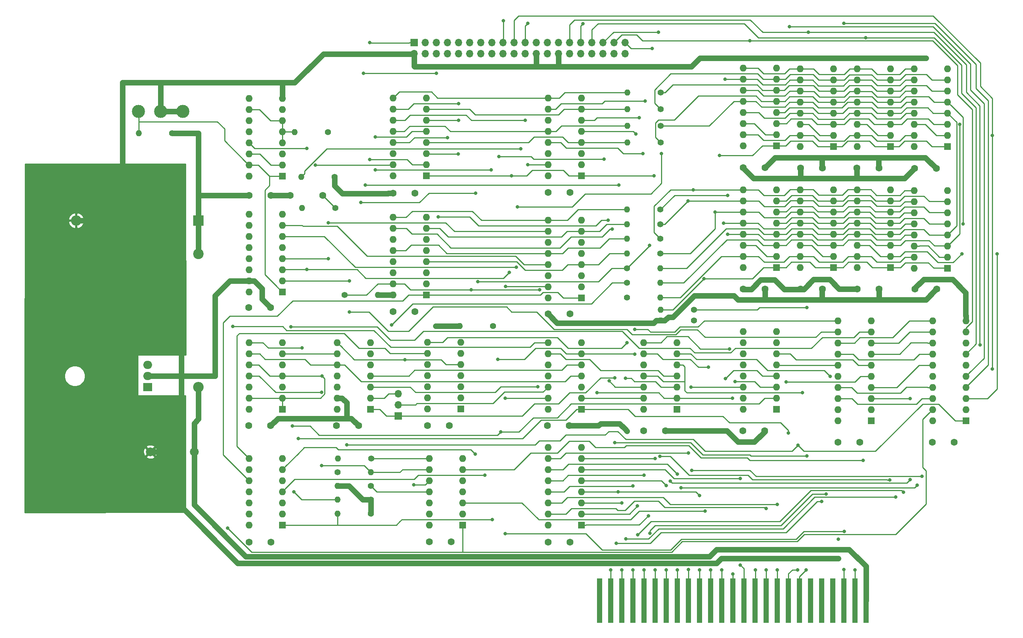
<source format=gbr>
G04 #@! TF.GenerationSoftware,KiCad,Pcbnew,5.1.8-5.1.8*
G04 #@! TF.CreationDate,2021-03-27T17:25:53-07:00*
G04 #@! TF.ProjectId,1066,31303636-2e6b-4696-9361-645f70636258,rev?*
G04 #@! TF.SameCoordinates,Original*
G04 #@! TF.FileFunction,Copper,L1,Top*
G04 #@! TF.FilePolarity,Positive*
%FSLAX46Y46*%
G04 Gerber Fmt 4.6, Leading zero omitted, Abs format (unit mm)*
G04 Created by KiCad (PCBNEW 5.1.8-5.1.8) date 2021-03-27 17:25:53*
%MOMM*%
%LPD*%
G01*
G04 APERTURE LIST*
G04 #@! TA.AperFunction,ComponentPad*
%ADD10R,1.700000X1.700000*%
G04 #@! TD*
G04 #@! TA.AperFunction,ComponentPad*
%ADD11O,1.700000X1.700000*%
G04 #@! TD*
G04 #@! TA.AperFunction,ComponentPad*
%ADD12R,2.000000X1.905000*%
G04 #@! TD*
G04 #@! TA.AperFunction,ComponentPad*
%ADD13O,2.000000X1.905000*%
G04 #@! TD*
G04 #@! TA.AperFunction,ComponentPad*
%ADD14C,1.600000*%
G04 #@! TD*
G04 #@! TA.AperFunction,ComponentPad*
%ADD15O,1.600000X1.600000*%
G04 #@! TD*
G04 #@! TA.AperFunction,ComponentPad*
%ADD16R,1.600000X1.600000*%
G04 #@! TD*
G04 #@! TA.AperFunction,ComponentPad*
%ADD17C,2.000000*%
G04 #@! TD*
G04 #@! TA.AperFunction,ComponentPad*
%ADD18C,3.000000*%
G04 #@! TD*
G04 #@! TA.AperFunction,ComponentPad*
%ADD19O,1.400000X1.400000*%
G04 #@! TD*
G04 #@! TA.AperFunction,ComponentPad*
%ADD20C,1.400000*%
G04 #@! TD*
G04 #@! TA.AperFunction,SMDPad,CuDef*
%ADD21R,1.270000X10.160000*%
G04 #@! TD*
G04 #@! TA.AperFunction,ComponentPad*
%ADD22R,2.400000X2.400000*%
G04 #@! TD*
G04 #@! TA.AperFunction,ComponentPad*
%ADD23O,2.400000X2.400000*%
G04 #@! TD*
G04 #@! TA.AperFunction,ComponentPad*
%ADD24C,2.400000*%
G04 #@! TD*
G04 #@! TA.AperFunction,ViaPad*
%ADD25C,0.800000*%
G04 #@! TD*
G04 #@! TA.AperFunction,Conductor*
%ADD26C,1.270000*%
G04 #@! TD*
G04 #@! TA.AperFunction,Conductor*
%ADD27C,0.250000*%
G04 #@! TD*
G04 #@! TA.AperFunction,Conductor*
%ADD28C,0.254000*%
G04 #@! TD*
G04 #@! TA.AperFunction,Conductor*
%ADD29C,0.100000*%
G04 #@! TD*
G04 APERTURE END LIST*
D10*
X129170000Y-32410000D03*
D11*
X129170000Y-34950000D03*
X131710000Y-32410000D03*
X131710000Y-34950000D03*
X134250000Y-32410000D03*
X134250000Y-34950000D03*
X136790000Y-32410000D03*
X136790000Y-34950000D03*
X139330000Y-32410000D03*
X139330000Y-34950000D03*
X141870000Y-32410000D03*
X141870000Y-34950000D03*
X144410000Y-32410000D03*
X144410000Y-34950000D03*
X146950000Y-32410000D03*
X146950000Y-34950000D03*
X149490000Y-32410000D03*
X149490000Y-34950000D03*
X152030000Y-32410000D03*
X152030000Y-34950000D03*
X154570000Y-32410000D03*
X154570000Y-34950000D03*
X157110000Y-32410000D03*
X157110000Y-34950000D03*
X159650000Y-32410000D03*
X159650000Y-34950000D03*
X162190000Y-32410000D03*
X162190000Y-34950000D03*
X164730000Y-32410000D03*
X164730000Y-34950000D03*
X167270000Y-32410000D03*
X167270000Y-34950000D03*
X169810000Y-32410000D03*
X169810000Y-34950000D03*
X172350000Y-32410000D03*
X172350000Y-34950000D03*
X174890000Y-32410000D03*
X174890000Y-34950000D03*
X177430000Y-32410000D03*
X177430000Y-34950000D03*
D12*
X68200000Y-111220000D03*
D13*
X68200000Y-108680000D03*
X68200000Y-106140000D03*
D14*
X100780000Y-67330000D03*
X108280000Y-67330000D03*
D15*
X91360000Y-62970000D03*
X98980000Y-45190000D03*
X91360000Y-60430000D03*
X98980000Y-47730000D03*
X91360000Y-57890000D03*
X98980000Y-50270000D03*
X91360000Y-55350000D03*
X98980000Y-52810000D03*
X91360000Y-52810000D03*
X98980000Y-55350000D03*
X91360000Y-50270000D03*
X98980000Y-57890000D03*
X91360000Y-47730000D03*
X98980000Y-60430000D03*
X91360000Y-45190000D03*
D16*
X98980000Y-62970000D03*
D14*
X96390000Y-67360000D03*
X91390000Y-67360000D03*
X129330000Y-66860000D03*
X124330000Y-66860000D03*
X164790000Y-66690000D03*
X159790000Y-66690000D03*
X204420000Y-60990000D03*
X209420000Y-60990000D03*
X217520000Y-61080000D03*
X222520000Y-61080000D03*
X230460000Y-61080000D03*
X235460000Y-61080000D03*
X243620000Y-61160000D03*
X248620000Y-61160000D03*
X204440000Y-88750000D03*
X209440000Y-88750000D03*
X217520000Y-88760000D03*
X222520000Y-88760000D03*
X230520000Y-88760000D03*
X235520000Y-88760000D03*
X243730000Y-88750000D03*
X248730000Y-88750000D03*
X96340000Y-93010000D03*
X91340000Y-93010000D03*
X129310000Y-93910000D03*
X124310000Y-93910000D03*
X164790000Y-94440000D03*
X159790000Y-94440000D03*
X96350000Y-120020000D03*
X91350000Y-120020000D03*
X116420000Y-120030000D03*
X111420000Y-120030000D03*
X137200000Y-120020000D03*
X132200000Y-120020000D03*
X164650000Y-120030000D03*
X159650000Y-120030000D03*
X186620000Y-121220000D03*
X181620000Y-121220000D03*
X209380000Y-121220000D03*
X204380000Y-121220000D03*
X231065000Y-123790000D03*
X226065000Y-123790000D03*
X252710000Y-123790000D03*
X247710000Y-123790000D03*
X96390000Y-146680000D03*
X91390000Y-146680000D03*
X137620000Y-146610000D03*
X132620000Y-146610000D03*
X164800000Y-146680000D03*
X159800000Y-146680000D03*
D15*
X230523332Y-56200000D03*
X238143332Y-38420000D03*
X230523332Y-53660000D03*
X238143332Y-40960000D03*
X230523332Y-51120000D03*
X238143332Y-43500000D03*
X230523332Y-48580000D03*
X238143332Y-46040000D03*
X230523332Y-46040000D03*
X238143332Y-48580000D03*
X230523332Y-43500000D03*
X238143332Y-51120000D03*
X230523332Y-40960000D03*
X238143332Y-53660000D03*
X230523332Y-38420000D03*
D16*
X238143332Y-56200000D03*
X251180000Y-83990000D03*
D15*
X243560000Y-66210000D03*
X251180000Y-81450000D03*
X243560000Y-68750000D03*
X251180000Y-78910000D03*
X243560000Y-71290000D03*
X251180000Y-76370000D03*
X243560000Y-73830000D03*
X251180000Y-73830000D03*
X243560000Y-76370000D03*
X251180000Y-71290000D03*
X243560000Y-78910000D03*
X251180000Y-68750000D03*
X243560000Y-81450000D03*
X251180000Y-66210000D03*
X243560000Y-83990000D03*
D17*
X68830000Y-126010000D03*
X78830000Y-126010000D03*
D18*
X76260000Y-48150000D03*
X71180000Y-48150000D03*
X66100000Y-48140000D03*
D19*
X66150000Y-53110000D03*
D20*
X73770000Y-53110000D03*
D19*
X101830000Y-52880000D03*
D20*
X109450000Y-52880000D03*
D19*
X103370000Y-63090000D03*
D20*
X110990000Y-63090000D03*
D19*
X103490000Y-70250000D03*
D20*
X111110000Y-70250000D03*
D19*
X120900000Y-90150000D03*
D20*
X113280000Y-90150000D03*
D19*
X111680000Y-127510000D03*
D20*
X119300000Y-127510000D03*
D19*
X119290000Y-130692500D03*
D20*
X111670000Y-130692500D03*
D19*
X111670000Y-133835000D03*
D20*
X119290000Y-133835000D03*
D19*
X111670000Y-136977500D03*
D20*
X119290000Y-136977500D03*
D19*
X111670000Y-140120000D03*
D20*
X119290000Y-140120000D03*
D19*
X139540000Y-97210000D03*
D20*
X147160000Y-97210000D03*
D19*
X177930000Y-43830000D03*
D20*
X185550000Y-43830000D03*
D19*
X177940000Y-47650000D03*
D20*
X185560000Y-47650000D03*
D19*
X177940000Y-51460000D03*
D20*
X185560000Y-51460000D03*
D19*
X177940000Y-55270000D03*
D20*
X185560000Y-55270000D03*
D19*
X177880000Y-70560000D03*
D20*
X185500000Y-70560000D03*
D19*
X177880000Y-73916666D03*
D20*
X185500000Y-73916666D03*
D19*
X177880000Y-77273332D03*
D20*
X185500000Y-77273332D03*
D19*
X177880000Y-80629998D03*
D20*
X185500000Y-80629998D03*
D19*
X185500000Y-83986664D03*
D20*
X177880000Y-83986664D03*
D19*
X185500000Y-87343330D03*
D20*
X177880000Y-87343330D03*
D19*
X185460000Y-90700000D03*
D20*
X177840000Y-90700000D03*
D19*
X185520000Y-93480000D03*
D20*
X193140000Y-93480000D03*
D19*
X185530000Y-95940000D03*
D20*
X193150000Y-95940000D03*
D21*
X232540000Y-160050000D03*
X230000000Y-160050000D03*
X227460000Y-160050000D03*
X224920000Y-160050000D03*
X222380000Y-160050000D03*
X219840000Y-160050000D03*
X217300000Y-160050000D03*
X214760000Y-160050000D03*
X212220000Y-160050000D03*
X171580000Y-160050000D03*
X209680000Y-160050000D03*
X207140000Y-160050000D03*
X204600000Y-160050000D03*
X202060000Y-160050000D03*
X199520000Y-160050000D03*
X196980000Y-160050000D03*
X194440000Y-160050000D03*
X191900000Y-160050000D03*
X189360000Y-160050000D03*
X186820000Y-160050000D03*
X184280000Y-160050000D03*
X181740000Y-160050000D03*
X179200000Y-160050000D03*
X176660000Y-160050000D03*
X174120000Y-160050000D03*
D22*
X79840000Y-73090000D03*
D23*
X51840000Y-73090000D03*
D10*
X125510000Y-117790000D03*
D11*
X125510000Y-115250000D03*
X125510000Y-112710000D03*
D24*
X79800000Y-80750000D03*
D23*
X79800000Y-111230000D03*
D16*
X131960000Y-62890000D03*
D15*
X124340000Y-45110000D03*
X131960000Y-60350000D03*
X124340000Y-47650000D03*
X131960000Y-57810000D03*
X124340000Y-50190000D03*
X131960000Y-55270000D03*
X124340000Y-52730000D03*
X131960000Y-52730000D03*
X124340000Y-55270000D03*
X131960000Y-50190000D03*
X124340000Y-57810000D03*
X131960000Y-47650000D03*
X124340000Y-60350000D03*
X131960000Y-45110000D03*
X124340000Y-62890000D03*
D16*
X167410000Y-62870000D03*
D15*
X159790000Y-45090000D03*
X167410000Y-60330000D03*
X159790000Y-47630000D03*
X167410000Y-57790000D03*
X159790000Y-50170000D03*
X167410000Y-55250000D03*
X159790000Y-52710000D03*
X167410000Y-52710000D03*
X159790000Y-55250000D03*
X167410000Y-50170000D03*
X159790000Y-57790000D03*
X167410000Y-47630000D03*
X159790000Y-60330000D03*
X167410000Y-45090000D03*
X159790000Y-62870000D03*
D16*
X212070000Y-55990000D03*
D15*
X204450000Y-38210000D03*
X212070000Y-53450000D03*
X204450000Y-40750000D03*
X212070000Y-50910000D03*
X204450000Y-43290000D03*
X212070000Y-48370000D03*
X204450000Y-45830000D03*
X212070000Y-45830000D03*
X204450000Y-48370000D03*
X212070000Y-43290000D03*
X204450000Y-50910000D03*
X212070000Y-40750000D03*
X204450000Y-53450000D03*
X212070000Y-38210000D03*
X204450000Y-55990000D03*
D16*
X225106666Y-56200000D03*
D15*
X217486666Y-38420000D03*
X225106666Y-53660000D03*
X217486666Y-40960000D03*
X225106666Y-51120000D03*
X217486666Y-43500000D03*
X225106666Y-48580000D03*
X217486666Y-46040000D03*
X225106666Y-46040000D03*
X217486666Y-48580000D03*
X225106666Y-43500000D03*
X217486666Y-51120000D03*
X225106666Y-40960000D03*
X217486666Y-53660000D03*
X225106666Y-38420000D03*
X217486666Y-56200000D03*
D16*
X251180000Y-56170000D03*
D15*
X243560000Y-38390000D03*
X251180000Y-53630000D03*
X243560000Y-40930000D03*
X251180000Y-51090000D03*
X243560000Y-43470000D03*
X251180000Y-48550000D03*
X243560000Y-46010000D03*
X251180000Y-46010000D03*
X243560000Y-48550000D03*
X251180000Y-43470000D03*
X243560000Y-51090000D03*
X251180000Y-40930000D03*
X243560000Y-53630000D03*
X251180000Y-38390000D03*
X243560000Y-56170000D03*
X204450000Y-83830000D03*
X212070000Y-66050000D03*
X204450000Y-81290000D03*
X212070000Y-68590000D03*
X204450000Y-78750000D03*
X212070000Y-71130000D03*
X204450000Y-76210000D03*
X212070000Y-73670000D03*
X204450000Y-73670000D03*
X212070000Y-76210000D03*
X204450000Y-71130000D03*
X212070000Y-78750000D03*
X204450000Y-68590000D03*
X212070000Y-81290000D03*
X204450000Y-66050000D03*
D16*
X212070000Y-83830000D03*
X225106666Y-83830000D03*
D15*
X217486666Y-66050000D03*
X225106666Y-81290000D03*
X217486666Y-68590000D03*
X225106666Y-78750000D03*
X217486666Y-71130000D03*
X225106666Y-76210000D03*
X217486666Y-73670000D03*
X225106666Y-73670000D03*
X217486666Y-76210000D03*
X225106666Y-71130000D03*
X217486666Y-78750000D03*
X225106666Y-68590000D03*
X217486666Y-81290000D03*
X225106666Y-66050000D03*
X217486666Y-83830000D03*
X230523332Y-83830000D03*
X238143332Y-66050000D03*
X230523332Y-81290000D03*
X238143332Y-68590000D03*
X230523332Y-78750000D03*
X238143332Y-71130000D03*
X230523332Y-76210000D03*
X238143332Y-73670000D03*
X230523332Y-73670000D03*
X238143332Y-76210000D03*
X230523332Y-71130000D03*
X238143332Y-78750000D03*
X230523332Y-68590000D03*
X238143332Y-81290000D03*
X230523332Y-66050000D03*
D16*
X238143332Y-83830000D03*
D15*
X91360000Y-89410000D03*
X98980000Y-71630000D03*
X91360000Y-86870000D03*
X98980000Y-74170000D03*
X91360000Y-84330000D03*
X98980000Y-76710000D03*
X91360000Y-81790000D03*
X98980000Y-79250000D03*
X91360000Y-79250000D03*
X98980000Y-81790000D03*
X91360000Y-76710000D03*
X98980000Y-84330000D03*
X91360000Y-74170000D03*
X98980000Y-86870000D03*
X91360000Y-71630000D03*
D16*
X98980000Y-89410000D03*
X131940000Y-90130000D03*
D15*
X124320000Y-72350000D03*
X131940000Y-87590000D03*
X124320000Y-74890000D03*
X131940000Y-85050000D03*
X124320000Y-77430000D03*
X131940000Y-82510000D03*
X124320000Y-79970000D03*
X131940000Y-79970000D03*
X124320000Y-82510000D03*
X131940000Y-77430000D03*
X124320000Y-85050000D03*
X131940000Y-74890000D03*
X124320000Y-87590000D03*
X131940000Y-72350000D03*
X124320000Y-90130000D03*
X159790000Y-90790000D03*
X167410000Y-73010000D03*
X159790000Y-88250000D03*
X167410000Y-75550000D03*
X159790000Y-85710000D03*
X167410000Y-78090000D03*
X159790000Y-83170000D03*
X167410000Y-80630000D03*
X159790000Y-80630000D03*
X167410000Y-83170000D03*
X159790000Y-78090000D03*
X167410000Y-85710000D03*
X159790000Y-75550000D03*
X167410000Y-88250000D03*
X159790000Y-73010000D03*
D16*
X167410000Y-90790000D03*
X98980000Y-116250000D03*
D15*
X91360000Y-101010000D03*
X98980000Y-113710000D03*
X91360000Y-103550000D03*
X98980000Y-111170000D03*
X91360000Y-106090000D03*
X98980000Y-108630000D03*
X91360000Y-108630000D03*
X98980000Y-106090000D03*
X91360000Y-111170000D03*
X98980000Y-103550000D03*
X91360000Y-113710000D03*
X98980000Y-101010000D03*
X91360000Y-116250000D03*
X111560000Y-116250000D03*
X119180000Y-101010000D03*
X111560000Y-113710000D03*
X119180000Y-103550000D03*
X111560000Y-111170000D03*
X119180000Y-106090000D03*
X111560000Y-108630000D03*
X119180000Y-108630000D03*
X111560000Y-106090000D03*
X119180000Y-111170000D03*
X111560000Y-103550000D03*
X119180000Y-113710000D03*
X111560000Y-101010000D03*
D16*
X119180000Y-116250000D03*
D15*
X132210000Y-116200000D03*
X139830000Y-100960000D03*
X132210000Y-113660000D03*
X139830000Y-103500000D03*
X132210000Y-111120000D03*
X139830000Y-106040000D03*
X132210000Y-108580000D03*
X139830000Y-108580000D03*
X132210000Y-106040000D03*
X139830000Y-111120000D03*
X132210000Y-103500000D03*
X139830000Y-113660000D03*
X132210000Y-100960000D03*
D16*
X139830000Y-116200000D03*
D15*
X159790000Y-116250000D03*
X167410000Y-101010000D03*
X159790000Y-113710000D03*
X167410000Y-103550000D03*
X159790000Y-111170000D03*
X167410000Y-106090000D03*
X159790000Y-108630000D03*
X167410000Y-108630000D03*
X159790000Y-106090000D03*
X167410000Y-111170000D03*
X159790000Y-103550000D03*
X167410000Y-113710000D03*
X159790000Y-101010000D03*
D16*
X167410000Y-116250000D03*
X189270000Y-116250000D03*
D15*
X181650000Y-101010000D03*
X189270000Y-113710000D03*
X181650000Y-103550000D03*
X189270000Y-111170000D03*
X181650000Y-106090000D03*
X189270000Y-108630000D03*
X181650000Y-108630000D03*
X189270000Y-106090000D03*
X181650000Y-111170000D03*
X189270000Y-103550000D03*
X181650000Y-113710000D03*
X189270000Y-101010000D03*
X181650000Y-116250000D03*
X204410000Y-116300000D03*
X212030000Y-98520000D03*
X204410000Y-113760000D03*
X212030000Y-101060000D03*
X204410000Y-111220000D03*
X212030000Y-103600000D03*
X204410000Y-108680000D03*
X212030000Y-106140000D03*
X204410000Y-106140000D03*
X212030000Y-108680000D03*
X204410000Y-103600000D03*
X212030000Y-111220000D03*
X204410000Y-101060000D03*
X212030000Y-113760000D03*
X204410000Y-98520000D03*
D16*
X212030000Y-116300000D03*
D15*
X226095000Y-118870000D03*
X233715000Y-96010000D03*
X226095000Y-116330000D03*
X233715000Y-98550000D03*
X226095000Y-113790000D03*
X233715000Y-101090000D03*
X226095000Y-111250000D03*
X233715000Y-103630000D03*
X226095000Y-108710000D03*
X233715000Y-106170000D03*
X226095000Y-106170000D03*
X233715000Y-108710000D03*
X226095000Y-103630000D03*
X233715000Y-111250000D03*
X226095000Y-101090000D03*
X233715000Y-113790000D03*
X226095000Y-98550000D03*
X233715000Y-116330000D03*
X226095000Y-96010000D03*
D16*
X233715000Y-118870000D03*
X255360000Y-118870000D03*
D15*
X247740000Y-96010000D03*
X255360000Y-116330000D03*
X247740000Y-98550000D03*
X255360000Y-113790000D03*
X247740000Y-101090000D03*
X255360000Y-111250000D03*
X247740000Y-103630000D03*
X255360000Y-108710000D03*
X247740000Y-106170000D03*
X255360000Y-106170000D03*
X247740000Y-108710000D03*
X255360000Y-103630000D03*
X247740000Y-111250000D03*
X255360000Y-101090000D03*
X247740000Y-113790000D03*
X255360000Y-98550000D03*
X247740000Y-116330000D03*
X255360000Y-96010000D03*
X247740000Y-118870000D03*
X91360000Y-142750000D03*
X98980000Y-127510000D03*
X91360000Y-140210000D03*
X98980000Y-130050000D03*
X91360000Y-137670000D03*
X98980000Y-132590000D03*
X91360000Y-135130000D03*
X98980000Y-135130000D03*
X91360000Y-132590000D03*
X98980000Y-137670000D03*
X91360000Y-130050000D03*
X98980000Y-140210000D03*
X91360000Y-127510000D03*
D16*
X98980000Y-142750000D03*
X140280000Y-142750000D03*
D15*
X132660000Y-127510000D03*
X140280000Y-140210000D03*
X132660000Y-130050000D03*
X140280000Y-137670000D03*
X132660000Y-132590000D03*
X140280000Y-135130000D03*
X132660000Y-135130000D03*
X140280000Y-132590000D03*
X132660000Y-137670000D03*
X140280000Y-130050000D03*
X132660000Y-140210000D03*
X140280000Y-127510000D03*
X132660000Y-142750000D03*
X159790000Y-142750000D03*
X167410000Y-124970000D03*
X159790000Y-140210000D03*
X167410000Y-127510000D03*
X159790000Y-137670000D03*
X167410000Y-130050000D03*
X159790000Y-135130000D03*
X167410000Y-132590000D03*
X159790000Y-132590000D03*
X167410000Y-135130000D03*
X159790000Y-130050000D03*
X167410000Y-137670000D03*
X159790000Y-127510000D03*
X167410000Y-140210000D03*
X159790000Y-124970000D03*
D16*
X167410000Y-142750000D03*
D25*
X226220000Y-150430000D03*
X226220000Y-146040000D03*
X246290000Y-35940000D03*
X233690000Y-35950000D03*
X220480000Y-35940000D03*
X207380000Y-35960000D03*
X177880000Y-121290000D03*
X164790000Y-37830000D03*
X213430000Y-150430000D03*
X205310000Y-150430000D03*
X43180000Y-63500000D03*
X53340000Y-63500000D03*
X73660000Y-63500000D03*
X43180000Y-137160000D03*
X53340000Y-137160000D03*
X63500000Y-137160000D03*
X73660000Y-137160000D03*
X43180000Y-101600000D03*
X53340000Y-101600000D03*
X63500000Y-101600000D03*
X73660000Y-101600000D03*
X43180000Y-83820000D03*
X53340000Y-83820000D03*
X63500000Y-83820000D03*
X73660000Y-83820000D03*
X43180000Y-119380000D03*
X53340000Y-119380000D03*
X63500000Y-119380000D03*
X73660000Y-119380000D03*
X48260000Y-73660000D03*
X58990000Y-73090000D03*
X68580000Y-73660000D03*
X48260000Y-93980000D03*
X58420000Y-93980000D03*
X68580000Y-93980000D03*
X48260000Y-127000000D03*
X58420000Y-127000000D03*
X71120000Y-68580000D03*
X55880000Y-68580000D03*
X134040000Y-97200000D03*
X129100000Y-133590000D03*
X124030000Y-96940000D03*
X214220000Y-109990000D03*
X218950000Y-126920000D03*
X175060000Y-123880000D03*
X175060000Y-109050000D03*
X230000000Y-153000000D03*
X231900000Y-128000000D03*
X227450000Y-152970000D03*
X227570000Y-144200000D03*
X149960000Y-144700000D03*
X149970000Y-113700000D03*
X218830000Y-152990000D03*
X217960000Y-112500000D03*
X216910000Y-152990000D03*
X216940000Y-124500000D03*
X113730000Y-124380000D03*
X212195000Y-152990000D03*
X212190000Y-138010000D03*
X152550000Y-83790000D03*
X209670000Y-153000000D03*
X209650000Y-139000000D03*
X150940000Y-84960000D03*
X104574990Y-84320000D03*
X104574990Y-56620000D03*
X171020000Y-112500000D03*
X202000000Y-113710000D03*
X207200000Y-152990000D03*
X203780000Y-151890000D03*
X203780000Y-132110000D03*
X202070000Y-153990000D03*
X201274999Y-102444999D03*
X181490000Y-57760000D03*
X199530000Y-152990000D03*
X196440000Y-106670000D03*
X181970000Y-45730000D03*
X196980000Y-153000000D03*
X180620000Y-49560000D03*
X177470000Y-109200000D03*
X194440000Y-153000000D03*
X194440000Y-136000000D03*
X175830000Y-135130000D03*
X191900000Y-152980000D03*
X191910000Y-126250000D03*
X189360000Y-153000000D03*
X189360000Y-131070000D03*
X186820000Y-152990000D03*
X186810000Y-133720000D03*
X184280000Y-153000000D03*
X184260000Y-127530000D03*
X181740000Y-153000000D03*
X181740000Y-131350000D03*
X179200000Y-152990000D03*
X179200000Y-133850000D03*
X176660000Y-152990000D03*
X176660000Y-137670000D03*
X179894990Y-53310000D03*
X174120000Y-153000000D03*
X173780000Y-109800000D03*
X214750000Y-121660000D03*
X102650000Y-122990000D03*
X195690000Y-139550000D03*
X245310000Y-131640000D03*
X192690000Y-130260000D03*
X244260000Y-133600000D03*
X190210000Y-134240000D03*
X242640000Y-113790000D03*
X242640000Y-132365000D03*
X187740000Y-132740000D03*
X185420000Y-127060000D03*
X237960000Y-132414999D03*
X183057347Y-144617347D03*
X223380000Y-135660000D03*
X241100000Y-135250000D03*
X180300000Y-144980000D03*
X239310000Y-136390000D03*
X177630000Y-145910000D03*
X175410000Y-146890000D03*
X222380000Y-137360000D03*
X119000000Y-32400000D03*
X119000000Y-59120000D03*
X120240000Y-54000000D03*
X107960000Y-129130000D03*
X107970000Y-112410000D03*
X117520000Y-39370000D03*
X134240000Y-39370000D03*
X202540000Y-109970000D03*
X136810000Y-54100000D03*
X200390000Y-109250000D03*
X139330000Y-46370000D03*
X143720000Y-87045000D03*
X183015010Y-78760000D03*
X139320000Y-50170000D03*
X139200000Y-57820000D03*
X143210000Y-66810000D03*
X116980000Y-68980000D03*
X149530000Y-27340000D03*
X134670000Y-72230000D03*
X173500000Y-72990000D03*
X261440000Y-107060000D03*
X261430000Y-53600000D03*
X262480000Y-80690000D03*
X254480000Y-80700000D03*
X155140000Y-28010000D03*
X154530000Y-50140000D03*
X147000000Y-141480000D03*
X219320000Y-30010000D03*
X258580000Y-101510000D03*
X103480000Y-102260000D03*
X153580000Y-56690000D03*
X227490000Y-28010000D03*
X167780000Y-28020000D03*
X172570000Y-59060000D03*
X148550000Y-58480000D03*
X232470000Y-31245000D03*
X146770000Y-61500000D03*
X120290000Y-61500000D03*
X215000000Y-28750000D03*
X185000000Y-29980000D03*
X174440000Y-75050000D03*
X205990000Y-31970000D03*
X117970000Y-65000000D03*
X176010000Y-64990000D03*
X108070000Y-108630000D03*
X106530000Y-60360000D03*
X157820000Y-88960000D03*
X142164999Y-88935001D03*
X152790000Y-69990000D03*
X185730000Y-57750000D03*
X183610000Y-33720000D03*
X177840000Y-101000000D03*
X86500000Y-143490000D03*
X101620000Y-135150000D03*
X101310000Y-120070000D03*
X148930000Y-121420000D03*
X150030000Y-88210000D03*
X155180000Y-60330000D03*
X199980000Y-73700000D03*
X254700000Y-73850000D03*
X200900000Y-76200000D03*
X200900000Y-67320000D03*
X191850000Y-68590000D03*
X200280000Y-40720000D03*
X193000000Y-66050000D03*
X197990000Y-71130000D03*
X253965000Y-51080000D03*
X198990000Y-58230000D03*
X195470000Y-86360000D03*
X87660000Y-97290000D03*
X192470000Y-111230000D03*
X184050000Y-62860000D03*
X151400000Y-62890000D03*
X101000000Y-97400000D03*
X109520000Y-81790000D03*
X109530000Y-73590000D03*
X114340000Y-86870000D03*
X114340000Y-94000000D03*
X157420000Y-111140000D03*
X127047001Y-104912999D03*
X145340000Y-131330000D03*
X143140000Y-126540000D03*
X148280000Y-104810000D03*
X179600000Y-103660000D03*
X179600000Y-97960000D03*
X182720000Y-140650000D03*
X180220000Y-138420000D03*
X224340000Y-108750000D03*
X232540000Y-152990000D03*
X219010000Y-93000000D03*
D26*
X98980000Y-41650000D02*
X98980000Y-45180000D01*
X62480000Y-70520000D02*
X62480000Y-44460000D01*
X62470000Y-70530000D02*
X62480000Y-70520000D01*
X75900000Y-70530000D02*
X62470000Y-70530000D01*
X75910000Y-70540000D02*
X75900000Y-70530000D01*
X75910000Y-138590000D02*
X75910000Y-70540000D01*
X199400000Y-150430000D02*
X199179990Y-150650010D01*
X199179990Y-150650010D02*
X199179990Y-150660010D01*
X199179990Y-150660010D02*
X198350000Y-151490000D01*
X198350000Y-151490000D02*
X88810000Y-151490000D01*
X88810000Y-151490000D02*
X75910000Y-138590000D01*
X88360000Y-41530000D02*
X98400000Y-41530000D01*
X62480000Y-44420000D02*
X62480000Y-41550000D01*
X62480000Y-41550000D02*
X62500000Y-41530000D01*
X243560000Y-61140000D02*
X243620000Y-61200000D01*
X241380000Y-63440000D02*
X243620000Y-61200000D01*
X204420000Y-61030000D02*
X204420000Y-61040000D01*
X204420000Y-61040000D02*
X206820000Y-63440000D01*
X217520000Y-62251370D02*
X217530000Y-62261370D01*
X217520000Y-61120000D02*
X217520000Y-62251370D01*
X217530000Y-63350000D02*
X217620000Y-63440000D01*
X217530000Y-62261370D02*
X217530000Y-63350000D01*
X206820000Y-63440000D02*
X217620000Y-63440000D01*
X217620000Y-63440000D02*
X230460000Y-63440000D01*
X230460000Y-63440000D02*
X241380000Y-63440000D01*
X101810000Y-41530000D02*
X98400000Y-41530000D01*
X108380000Y-34960000D02*
X101810000Y-41530000D01*
X129170000Y-34950000D02*
X129160000Y-34960000D01*
X129160000Y-34960000D02*
X108380000Y-34960000D01*
X162190000Y-37890000D02*
X162200000Y-37900000D01*
X162190000Y-34950000D02*
X162190000Y-37890000D01*
X157110000Y-36152081D02*
X157110000Y-37900000D01*
X157110000Y-34950000D02*
X157110000Y-36152081D01*
X162200000Y-37900000D02*
X157110000Y-37900000D01*
X165260000Y-37900000D02*
X162200000Y-37900000D01*
X226220000Y-150430000D02*
X213430000Y-150430000D01*
X205310000Y-150430000D02*
X199400000Y-150430000D01*
X213430000Y-150430000D02*
X205310000Y-150430000D01*
X204530000Y-88820000D02*
X204470000Y-88760000D01*
X206270000Y-88820000D02*
X204530000Y-88820000D01*
X208440000Y-86650000D02*
X206270000Y-88820000D01*
X211650000Y-86650000D02*
X208440000Y-86650000D01*
X226380000Y-88760000D02*
X224220000Y-86600000D01*
X230520000Y-88760000D02*
X226380000Y-88760000D01*
X224220000Y-86600000D02*
X220510000Y-86600000D01*
X220510000Y-86600000D02*
X218290000Y-88820000D01*
X218290000Y-88820000D02*
X213820000Y-88820000D01*
X213820000Y-88820000D02*
X211650000Y-86650000D01*
X243730000Y-88550000D02*
X243730000Y-88750000D01*
X255360000Y-94878630D02*
X255350000Y-94868630D01*
X255360000Y-96010000D02*
X255360000Y-94878630D01*
X255350000Y-94868630D02*
X255350000Y-89600000D01*
X255350000Y-89600000D02*
X252310000Y-86560000D01*
X252310000Y-86560000D02*
X245720000Y-86560000D01*
X245720000Y-86560000D02*
X243730000Y-88550000D01*
X230460000Y-61080000D02*
X230460000Y-63440000D01*
X233990000Y-35940000D02*
X246290000Y-35940000D01*
X194520000Y-35940000D02*
X233990000Y-35940000D01*
X165260000Y-37900000D02*
X192560000Y-37900000D01*
X192560000Y-37900000D02*
X194520000Y-35940000D01*
X171360000Y-120030000D02*
X164650000Y-120030000D01*
X171830000Y-119560000D02*
X171360000Y-120030000D01*
X176140000Y-119560000D02*
X171830000Y-119560000D01*
X177470001Y-120890001D02*
X176140000Y-119560000D01*
X177880000Y-121290000D02*
X177480001Y-120890001D01*
X177480001Y-120890001D02*
X177470001Y-120890001D01*
X76260000Y-48150000D02*
X71180000Y-48150000D01*
X71190000Y-46018680D02*
X71190000Y-41530000D01*
X71180000Y-46028680D02*
X71190000Y-46018680D01*
X71180000Y-48150000D02*
X71180000Y-46028680D01*
X62500000Y-41530000D02*
X71190000Y-41530000D01*
X71190000Y-41530000D02*
X88360000Y-41530000D01*
X129170000Y-37790000D02*
X129170000Y-34950000D01*
X157110000Y-37900000D02*
X129280000Y-37900000D01*
X129280000Y-37900000D02*
X129170000Y-37790000D01*
X209450000Y-121320000D02*
X209450000Y-121220000D01*
X207000000Y-123770000D02*
X209450000Y-121320000D01*
X203250000Y-123770000D02*
X207000000Y-123770000D01*
X186620000Y-121220000D02*
X200700000Y-121220000D01*
X200700000Y-121220000D02*
X203250000Y-123770000D01*
X114784999Y-118394999D02*
X116420000Y-120030000D01*
X100750000Y-67360000D02*
X100780000Y-67330000D01*
X96390000Y-67360000D02*
X100750000Y-67360000D01*
X112691370Y-113710000D02*
X113780000Y-114798630D01*
X111560000Y-113710000D02*
X112691370Y-113710000D01*
X113780000Y-118370000D02*
X113755001Y-118394999D01*
X113780000Y-114798630D02*
X113780000Y-118370000D01*
X113755001Y-118394999D02*
X114784999Y-118394999D01*
X97975001Y-118394999D02*
X113755001Y-118394999D01*
X96350000Y-120020000D02*
X97975001Y-118394999D01*
X86990000Y-86870000D02*
X91360000Y-86870000D01*
X83590000Y-90270000D02*
X86990000Y-86870000D01*
X68200000Y-108680000D02*
X83590000Y-108680000D01*
X83590000Y-108680000D02*
X83590000Y-90270000D01*
X68830000Y-126010000D02*
X75910000Y-126010000D01*
X62480000Y-70540000D02*
X62470000Y-70530000D01*
X51840000Y-73090000D02*
X58990000Y-73090000D01*
X62480000Y-73090000D02*
X62480000Y-70540000D01*
X91360000Y-86870000D02*
X92610000Y-86870000D01*
X92610000Y-86870000D02*
X94390000Y-88650000D01*
X94390000Y-91060000D02*
X96340000Y-93010000D01*
X94390000Y-88650000D02*
X94390000Y-91060000D01*
X58990000Y-73090000D02*
X62480000Y-73090000D01*
X79840000Y-80710000D02*
X79800000Y-80750000D01*
X79840000Y-73090000D02*
X79840000Y-80710000D01*
X73770000Y-53110000D02*
X79840000Y-53110000D01*
X79840000Y-53110000D02*
X79840000Y-67380000D01*
X79840000Y-67380000D02*
X79840000Y-73090000D01*
X246110000Y-58710000D02*
X248600000Y-61200000D01*
X209400000Y-61030000D02*
X211720000Y-58710000D01*
X235440000Y-59988630D02*
X235440000Y-58710000D01*
X235440000Y-61120000D02*
X235440000Y-59988630D01*
X235440000Y-58710000D02*
X246110000Y-58710000D01*
X222500000Y-59988630D02*
X222500000Y-58710000D01*
X222500000Y-61120000D02*
X222500000Y-59988630D01*
X211720000Y-58710000D02*
X222500000Y-58710000D01*
X222500000Y-58710000D02*
X235440000Y-58710000D01*
X203280000Y-91230000D02*
X202340000Y-90290000D01*
X211960000Y-91230000D02*
X203280000Y-91230000D01*
X222460000Y-89911370D02*
X222460000Y-91190000D01*
X222460000Y-88780000D02*
X222460000Y-89911370D01*
X224970000Y-91230000D02*
X211960000Y-91230000D01*
X235530000Y-88810000D02*
X235530000Y-91160000D01*
X238060000Y-91230000D02*
X224970000Y-91230000D01*
X186519949Y-95940000D02*
X186570000Y-95889949D01*
X185530000Y-95940000D02*
X186519949Y-95940000D01*
X186570000Y-95889949D02*
X186600051Y-95889949D01*
X186600051Y-95889949D02*
X187310000Y-95180000D01*
X188360000Y-95180000D02*
X193250000Y-90290000D01*
X187310000Y-95180000D02*
X188360000Y-95180000D01*
X202340000Y-90290000D02*
X193250000Y-90290000D01*
X184540051Y-95940000D02*
X183950051Y-96530000D01*
X185530000Y-95940000D02*
X184540051Y-95940000D01*
X161880000Y-96530000D02*
X159790000Y-94440000D01*
X183950051Y-96530000D02*
X161880000Y-96530000D01*
X246220000Y-91230000D02*
X238060000Y-91230000D01*
X248490000Y-88960000D02*
X246220000Y-91230000D01*
X248490000Y-88750000D02*
X248490000Y-88960000D01*
X209420000Y-88770000D02*
X209420000Y-91208630D01*
X209470000Y-88760000D02*
X209460000Y-88770000D01*
X91370000Y-67380000D02*
X79840000Y-67380000D01*
X91390000Y-67360000D02*
X91370000Y-67380000D01*
X123198630Y-66860000D02*
X123178630Y-66880000D01*
X124330000Y-66860000D02*
X123198630Y-66860000D01*
X123178630Y-66880000D02*
X112710000Y-66880000D01*
X110990000Y-65160000D02*
X110990000Y-63090000D01*
X112710000Y-66880000D02*
X110990000Y-65160000D01*
X119290000Y-140120000D02*
X119290000Y-136977500D01*
X114275000Y-133835000D02*
X111670000Y-133835000D01*
X117410000Y-136970000D02*
X114275000Y-133835000D01*
X118292551Y-136970000D02*
X117410000Y-136970000D01*
X119290000Y-136977500D02*
X118300051Y-136977500D01*
X118300051Y-136977500D02*
X118292551Y-136970000D01*
X124300000Y-90150000D02*
X124320000Y-90130000D01*
X120900000Y-90150000D02*
X124300000Y-90150000D01*
X134050000Y-97210000D02*
X134040000Y-97200000D01*
X139540000Y-97210000D02*
X134050000Y-97210000D01*
D27*
X111090000Y-70270000D02*
X111060000Y-70270000D01*
X111110000Y-70250000D02*
X111090000Y-70270000D01*
X108260000Y-67380000D02*
X111110000Y-70230000D01*
X111110000Y-70230000D02*
X111110000Y-70250000D01*
D28*
X132660000Y-132590000D02*
X131860001Y-133389999D01*
X131860001Y-133389999D02*
X131660000Y-133590000D01*
X131660000Y-133590000D02*
X129100000Y-133590000D01*
D27*
X174486670Y-87343330D02*
X177880000Y-87343330D01*
X169700000Y-92130000D02*
X174486670Y-87343330D01*
X124030000Y-96940000D02*
X128840000Y-92130000D01*
X128840000Y-92130000D02*
X169700000Y-92130000D01*
X125510000Y-117790000D02*
X122790000Y-117790000D01*
X121250000Y-116250000D02*
X119180000Y-116250000D01*
X122790000Y-117790000D02*
X121250000Y-116250000D01*
X233715000Y-108710000D02*
X231290000Y-108710000D01*
X231290000Y-108710000D02*
X230010000Y-109990000D01*
X230010000Y-109990000D02*
X214220000Y-109990000D01*
X218950000Y-126920000D02*
X218384315Y-126920000D01*
X218384315Y-126920000D02*
X206210000Y-126920000D01*
X206210000Y-126920000D02*
X205950000Y-126660000D01*
X205950000Y-126660000D02*
X195220000Y-126660000D01*
X195220000Y-126660000D02*
X192440000Y-123880000D01*
X192440000Y-123880000D02*
X175060000Y-123880000D01*
X126610000Y-117790000D02*
X125510000Y-117790000D01*
X126620000Y-117780000D02*
X126610000Y-117790000D01*
X153850000Y-117780000D02*
X126620000Y-117780000D01*
X156660000Y-114970000D02*
X153850000Y-117780000D01*
X162210000Y-114970000D02*
X156660000Y-114970000D01*
X171790000Y-109050000D02*
X168370000Y-112470000D01*
X175060000Y-109050000D02*
X171790000Y-109050000D01*
X168370000Y-112470000D02*
X164720000Y-112470000D01*
X164720000Y-112470000D02*
X162354999Y-114835001D01*
X162354999Y-114835001D02*
X162344999Y-114835001D01*
X162344999Y-114835001D02*
X162210000Y-114970000D01*
X158620000Y-112340000D02*
X159790000Y-111170000D01*
X149810000Y-112340000D02*
X158620000Y-112340000D01*
X147220000Y-114930000D02*
X149810000Y-112340000D01*
X129780000Y-114930000D02*
X147220000Y-114930000D01*
X125510000Y-115250000D02*
X129460000Y-115250000D01*
X129460000Y-115250000D02*
X129780000Y-114930000D01*
X122340000Y-113710000D02*
X119180000Y-113710000D01*
X125510000Y-112710000D02*
X123340000Y-112710000D01*
X123340000Y-112710000D02*
X122340000Y-113710000D01*
X230000000Y-160050000D02*
X230000000Y-153000000D01*
X152000000Y-130050000D02*
X140280000Y-130050000D01*
X155800000Y-126250000D02*
X152000000Y-130050000D01*
X169200000Y-123530000D02*
X164630000Y-123530000D01*
X170680000Y-125010000D02*
X169200000Y-123530000D01*
X177260000Y-125010000D02*
X170680000Y-125010000D01*
X164630000Y-123530000D02*
X161910000Y-126250000D01*
X231900000Y-128000000D02*
X205960000Y-128000000D01*
X205360000Y-127400000D02*
X194770000Y-127400000D01*
X161910000Y-126250000D02*
X155800000Y-126250000D01*
X205960000Y-128000000D02*
X205360000Y-127400000D01*
X194770000Y-127400000D02*
X191960000Y-124590000D01*
X191960000Y-124590000D02*
X177680000Y-124590000D01*
X177680000Y-124590000D02*
X177260000Y-125010000D01*
X159780000Y-113700000D02*
X159790000Y-113710000D01*
X149970000Y-113700000D02*
X159780000Y-113700000D01*
X168440000Y-144700000D02*
X149960000Y-144700000D01*
X227570000Y-144200000D02*
X218340000Y-144200000D01*
X218340000Y-144200000D02*
X216530000Y-146010000D01*
X190280000Y-146010000D02*
X187830000Y-148460000D01*
X216530000Y-146010000D02*
X190280000Y-146010000D01*
X187830000Y-148460000D02*
X172200000Y-148460000D01*
X172200000Y-148460000D02*
X168440000Y-144700000D01*
X227450000Y-152970000D02*
X227450000Y-153890000D01*
X227460000Y-160050000D02*
X227460000Y-152980000D01*
X227460000Y-152980000D02*
X227450000Y-152970000D01*
X217300000Y-160050000D02*
X217300000Y-154520000D01*
X217300000Y-154520000D02*
X218830000Y-152990000D01*
X190640000Y-106090000D02*
X189270000Y-106090000D01*
X191080000Y-106530000D02*
X190640000Y-106090000D01*
X217960000Y-112500000D02*
X191550000Y-112500000D01*
X191550000Y-112500000D02*
X191080000Y-112030000D01*
X191010000Y-109910000D02*
X191080000Y-109980000D01*
X191080000Y-109980000D02*
X191080000Y-106530000D01*
X191080000Y-112030000D02*
X191080000Y-109980000D01*
X186160000Y-109910000D02*
X191010000Y-109910000D01*
X181650000Y-108630000D02*
X182781370Y-108630000D01*
X182781370Y-108630000D02*
X182791370Y-108620000D01*
X182791370Y-108620000D02*
X184870000Y-108620000D01*
X184870000Y-108620000D02*
X186160000Y-109910000D01*
X214790000Y-160050000D02*
X214790000Y-154720000D01*
X234660000Y-125860000D02*
X245450000Y-115070000D01*
X245450000Y-115070000D02*
X249130000Y-115070000D01*
X216940000Y-124500000D02*
X218300000Y-125860000D01*
X252930000Y-118870000D02*
X255360000Y-118870000D01*
X218300000Y-125860000D02*
X234660000Y-125860000D01*
X249130000Y-115070000D02*
X252930000Y-118870000D01*
X215660000Y-152990000D02*
X216910000Y-152990000D01*
X214790000Y-154690000D02*
X214790000Y-153860000D01*
X214790000Y-153860000D02*
X215660000Y-152990000D01*
X156860000Y-124380000D02*
X113730000Y-124380000D01*
X157740000Y-123500000D02*
X156860000Y-124380000D01*
X162550000Y-123500000D02*
X157740000Y-123500000D01*
X163900000Y-122150000D02*
X162550000Y-123500000D01*
X172850000Y-122150000D02*
X163900000Y-122150000D01*
X173660000Y-121340000D02*
X172850000Y-122150000D01*
X175730000Y-121340000D02*
X173660000Y-121340000D01*
X177550000Y-123160000D02*
X175730000Y-121340000D01*
X216540001Y-124899999D02*
X216540001Y-124909999D01*
X216940000Y-124500000D02*
X216540001Y-124899999D01*
X216540001Y-124909999D02*
X215590000Y-125860000D01*
X215590000Y-125860000D02*
X195710000Y-125860000D01*
X195710000Y-125860000D02*
X193010000Y-123160000D01*
X193010000Y-123160000D02*
X177550000Y-123160000D01*
X212220000Y-160050000D02*
X212220000Y-153015000D01*
X212220000Y-153015000D02*
X212195000Y-152990000D01*
X162960000Y-137670000D02*
X159790000Y-137670000D01*
X164230000Y-136400000D02*
X162960000Y-137670000D01*
X186130000Y-136400000D02*
X164230000Y-136400000D01*
X212190000Y-138010000D02*
X187740000Y-138010000D01*
X187740000Y-138010000D02*
X186130000Y-136400000D01*
X108590000Y-76710000D02*
X98980000Y-76710000D01*
X152550000Y-83790000D02*
X115670000Y-83790000D01*
X115670000Y-83790000D02*
X108590000Y-76710000D01*
X209680000Y-160050000D02*
X209680000Y-153010000D01*
X209680000Y-153010000D02*
X209670000Y-153000000D01*
X163850000Y-140210000D02*
X159790000Y-140210000D01*
X165110000Y-138950000D02*
X163850000Y-140210000D01*
X175290000Y-138950000D02*
X165110000Y-138950000D01*
X175710000Y-139370000D02*
X175290000Y-138950000D01*
X209340000Y-138690000D02*
X186460000Y-138690000D01*
X209650000Y-139000000D02*
X209340000Y-138690000D01*
X186460000Y-138690000D02*
X185070000Y-137300000D01*
X185070000Y-137300000D02*
X179510000Y-137300000D01*
X179510000Y-137300000D02*
X177440000Y-139370000D01*
X177440000Y-139370000D02*
X175710000Y-139370000D01*
X98980000Y-84320000D02*
X104574990Y-84320000D01*
X92630000Y-56620000D02*
X104009305Y-56620000D01*
X104009305Y-56620000D02*
X104574990Y-56620000D01*
X91360000Y-55350000D02*
X92630000Y-56620000D01*
X116100000Y-84320000D02*
X104574990Y-84320000D01*
X118100000Y-86320000D02*
X116100000Y-84320000D01*
X150940000Y-84960000D02*
X149580000Y-86320000D01*
X149580000Y-86320000D02*
X118100000Y-86320000D01*
X186330000Y-113710000D02*
X189270000Y-113710000D01*
X171020000Y-112500000D02*
X185120000Y-112500000D01*
X185120000Y-112500000D02*
X186330000Y-113710000D01*
X189270000Y-113710000D02*
X202000000Y-113710000D01*
X207200000Y-152990000D02*
X207200000Y-160050000D01*
X204600000Y-160050000D02*
X204600000Y-152710000D01*
X204600000Y-152710000D02*
X203780000Y-151890000D01*
X203780000Y-132110000D02*
X188593004Y-132110000D01*
X186533004Y-130050000D02*
X168541370Y-130050000D01*
X168541370Y-130050000D02*
X167410000Y-130050000D01*
X188593004Y-132110000D02*
X186533004Y-130050000D01*
X202060000Y-154720000D02*
X202070000Y-154710000D01*
X202060000Y-160050000D02*
X202060000Y-154720000D01*
X202070000Y-154710000D02*
X202070000Y-153990000D01*
X200709314Y-102444999D02*
X200704313Y-102450000D01*
X201274999Y-102444999D02*
X200709314Y-102444999D01*
X200704313Y-102450000D02*
X194610000Y-102450000D01*
X194610000Y-102450000D02*
X191800000Y-99640000D01*
X191800000Y-99640000D02*
X186970000Y-99640000D01*
X185600000Y-101010000D02*
X181650000Y-101010000D01*
X186970000Y-99640000D02*
X185600000Y-101010000D01*
X162670000Y-55250000D02*
X159790000Y-55250000D01*
X163940000Y-56520000D02*
X162670000Y-55250000D01*
X175760000Y-56520000D02*
X163940000Y-56520000D01*
X181490000Y-57760000D02*
X177000000Y-57760000D01*
X177000000Y-57760000D02*
X175760000Y-56520000D01*
X199520000Y-160050000D02*
X199520000Y-153000000D01*
X199520000Y-153000000D02*
X199530000Y-152990000D01*
X184820000Y-103550000D02*
X181650000Y-103550000D01*
X195874315Y-106670000D02*
X195864315Y-106660000D01*
X196440000Y-106670000D02*
X195874315Y-106670000D01*
X195864315Y-106660000D02*
X194210000Y-106660000D01*
X194210000Y-106660000D02*
X192360000Y-104810000D01*
X192360000Y-104810000D02*
X186080000Y-104810000D01*
X186080000Y-104810000D02*
X184820000Y-103550000D01*
X159790000Y-47630000D02*
X161530000Y-47630000D01*
X161530000Y-47630000D02*
X162800000Y-46360000D01*
X162800000Y-46360000D02*
X172140000Y-46360000D01*
X172140000Y-46360000D02*
X172770000Y-45730000D01*
X172770000Y-45730000D02*
X181970000Y-45730000D01*
X196980000Y-160050000D02*
X196980000Y-153000000D01*
X185600000Y-111170000D02*
X189270000Y-111170000D01*
X184340000Y-109910000D02*
X185600000Y-111170000D01*
X179530000Y-109910000D02*
X184340000Y-109910000D01*
X177470000Y-109200000D02*
X178820000Y-109200000D01*
X178820000Y-109200000D02*
X179530000Y-109910000D01*
X171000000Y-49560000D02*
X180620000Y-49560000D01*
X167410000Y-50170000D02*
X170390000Y-50170000D01*
X170390000Y-50170000D02*
X171000000Y-49560000D01*
X194440000Y-160050000D02*
X194440000Y-153000000D01*
X194440000Y-136000000D02*
X193570000Y-135130000D01*
X175830000Y-135130000D02*
X167410000Y-135130000D01*
X193570000Y-135130000D02*
X175830000Y-135130000D01*
X191900000Y-160050000D02*
X191900000Y-152980000D01*
X159790000Y-127510000D02*
X160921370Y-127510000D01*
X160921370Y-127510000D02*
X162580000Y-127510000D01*
X162580000Y-127510000D02*
X163840000Y-126250000D01*
X163840000Y-126250000D02*
X191910000Y-126250000D01*
X189360000Y-160050000D02*
X189360000Y-153000000D01*
X163220000Y-130050000D02*
X159790000Y-130050000D01*
X164490000Y-128780000D02*
X163220000Y-130050000D01*
X187050000Y-128780000D02*
X164490000Y-128780000D01*
X189360000Y-131070000D02*
X189340000Y-131070000D01*
X189340000Y-131070000D02*
X187050000Y-128780000D01*
X186820000Y-160050000D02*
X186820000Y-152990000D01*
X185680000Y-132590000D02*
X167410000Y-132590000D01*
X186810000Y-133720000D02*
X185680000Y-132590000D01*
X184280000Y-160050000D02*
X184280000Y-153000000D01*
X167430000Y-127530000D02*
X167410000Y-127510000D01*
X184260000Y-127530000D02*
X167430000Y-127530000D01*
X181740000Y-160050000D02*
X181740000Y-153000000D01*
X163170000Y-132590000D02*
X159790000Y-132590000D01*
X164420000Y-131340000D02*
X163170000Y-132590000D01*
X181740000Y-131350000D02*
X181730000Y-131340000D01*
X181730000Y-131340000D02*
X164420000Y-131340000D01*
X179200000Y-160050000D02*
X179200000Y-152990000D01*
X163450000Y-135130000D02*
X159790000Y-135130000D01*
X164720000Y-133860000D02*
X163450000Y-135130000D01*
X179200000Y-133850000D02*
X179190000Y-133860000D01*
X179190000Y-133860000D02*
X164720000Y-133860000D01*
X176660000Y-160050000D02*
X176660000Y-152990000D01*
X176094315Y-137670000D02*
X167410000Y-137670000D01*
X176660000Y-137670000D02*
X176094315Y-137670000D01*
X179294990Y-52710000D02*
X179494991Y-52910001D01*
X167410000Y-52710000D02*
X179294990Y-52710000D01*
X179494991Y-52910001D02*
X179894990Y-53310000D01*
X174120000Y-160050000D02*
X174120000Y-153000000D01*
X175150000Y-111170000D02*
X181650000Y-111170000D01*
X173780000Y-109800000D02*
X175150000Y-111170000D01*
X178130000Y-116250000D02*
X167410000Y-116250000D01*
X214750000Y-121094315D02*
X213015685Y-119360000D01*
X214750000Y-121660000D02*
X214750000Y-121094315D01*
X213015685Y-119360000D02*
X201310000Y-119360000D01*
X201310000Y-119360000D02*
X199800000Y-117850000D01*
X199800000Y-117850000D02*
X179730000Y-117850000D01*
X179730000Y-117850000D02*
X178130000Y-116250000D01*
X166360000Y-116250000D02*
X167410000Y-116250000D01*
X163890000Y-118720000D02*
X166360000Y-116250000D01*
X158230000Y-118720000D02*
X163890000Y-118720000D01*
X153960000Y-122990000D02*
X158230000Y-118720000D01*
X102650000Y-122990000D02*
X153960000Y-122990000D01*
X153830000Y-137670000D02*
X140280000Y-137670000D01*
X157630000Y-141470000D02*
X153830000Y-137670000D01*
X157630000Y-141480000D02*
X157630000Y-141470000D01*
X178720000Y-141480000D02*
X157630000Y-141480000D01*
X195690000Y-139550000D02*
X180650000Y-139550000D01*
X180650000Y-139550000D02*
X178720000Y-141480000D01*
X247740000Y-113790000D02*
X245330000Y-113790000D01*
X229280000Y-113790000D02*
X226095000Y-113790000D01*
X230550000Y-115060000D02*
X229280000Y-113790000D01*
X244060000Y-115060000D02*
X230550000Y-115060000D01*
X245330000Y-113790000D02*
X244060000Y-115060000D01*
X245310000Y-131640000D02*
X207350000Y-131640000D01*
X207350000Y-131640000D02*
X205980000Y-130270000D01*
X205980000Y-130270000D02*
X192700000Y-130270000D01*
X192700000Y-130270000D02*
X192690000Y-130260000D01*
X246608630Y-111250000D02*
X246598630Y-111240000D01*
X247740000Y-111250000D02*
X246608630Y-111250000D01*
X246598630Y-111240000D02*
X241750000Y-111240000D01*
X241750000Y-111240000D02*
X240450000Y-112540000D01*
X240450000Y-112540000D02*
X230520000Y-112540000D01*
X229230000Y-111250000D02*
X226095000Y-111250000D01*
X230520000Y-112540000D02*
X229230000Y-111250000D01*
X243670000Y-134190000D02*
X190260000Y-134190000D01*
X244260000Y-133600000D02*
X243670000Y-134190000D01*
X190260000Y-134190000D02*
X190210000Y-134240000D01*
X233715000Y-113790000D02*
X242640000Y-113790000D01*
X241865001Y-133139999D02*
X188139999Y-133139999D01*
X188139999Y-133139999D02*
X187740000Y-132740000D01*
X242640000Y-132365000D02*
X241865001Y-133139999D01*
X239600000Y-111250000D02*
X233715000Y-111250000D01*
X247740000Y-106170000D02*
X244680000Y-106170000D01*
X244680000Y-106170000D02*
X239600000Y-111250000D01*
X237394315Y-132414999D02*
X237389316Y-132410000D01*
X237389316Y-132410000D02*
X227750000Y-132410000D01*
X227750000Y-132410000D02*
X206520000Y-132410000D01*
X206520000Y-132410000D02*
X205494999Y-131384999D01*
X237960000Y-132414999D02*
X237394315Y-132414999D01*
X192074999Y-131384999D02*
X187750000Y-127060000D01*
X187750000Y-127060000D02*
X185420000Y-127060000D01*
X205494999Y-131384999D02*
X192074999Y-131384999D01*
X229550000Y-103630000D02*
X226095000Y-103630000D01*
X230830000Y-104910000D02*
X229550000Y-103630000D01*
X243430000Y-104910000D02*
X230830000Y-104910000D01*
X247740000Y-103630000D02*
X244710000Y-103630000D01*
X244710000Y-103630000D02*
X243430000Y-104910000D01*
X183057347Y-144051662D02*
X184259009Y-142850000D01*
X183057347Y-144617347D02*
X183057347Y-144051662D01*
X184259009Y-142850000D02*
X203250000Y-142850000D01*
X203250000Y-142850000D02*
X213080000Y-142850000D01*
X213080000Y-142850000D02*
X220270000Y-135660000D01*
X220270000Y-135660000D02*
X223380000Y-135660000D01*
X246608630Y-101090000D02*
X246598630Y-101080000D01*
X247740000Y-101090000D02*
X246608630Y-101090000D01*
X246598630Y-101080000D02*
X242820000Y-101080000D01*
X240270000Y-103630000D02*
X233715000Y-103630000D01*
X242820000Y-101080000D02*
X240270000Y-103630000D01*
X219960000Y-134800000D02*
X212800000Y-141960000D01*
X241100000Y-135250000D02*
X240650000Y-134800000D01*
X183320000Y-141960000D02*
X180300000Y-144980000D01*
X212800000Y-141960000D02*
X183320000Y-141960000D01*
X240650000Y-134800000D02*
X219960000Y-134800000D01*
X240010000Y-101090000D02*
X233715000Y-101090000D01*
X247740000Y-98550000D02*
X242550000Y-98550000D01*
X242550000Y-98550000D02*
X240010000Y-101090000D01*
X182790000Y-145910000D02*
X177630000Y-145910000D01*
X185100000Y-143600000D02*
X182790000Y-145910000D01*
X213570000Y-143600000D02*
X185100000Y-143600000D01*
X239310000Y-136390000D02*
X220780000Y-136390000D01*
X220780000Y-136390000D02*
X213570000Y-143600000D01*
X229880000Y-101090000D02*
X226095000Y-101090000D01*
X231140000Y-99830000D02*
X229880000Y-101090000D01*
X238630000Y-99830000D02*
X231140000Y-99830000D01*
X247740000Y-96010000D02*
X242450000Y-96010000D01*
X242450000Y-96010000D02*
X238630000Y-99830000D01*
X221380000Y-137360000D02*
X222380000Y-137360000D01*
X214270000Y-144470000D02*
X221380000Y-137360000D01*
X185590000Y-144470000D02*
X214270000Y-144470000D01*
X175410000Y-146890000D02*
X183170000Y-146890000D01*
X183170000Y-146890000D02*
X185590000Y-144470000D01*
X128070000Y-32410000D02*
X128060000Y-32420000D01*
X129170000Y-32410000D02*
X128070000Y-32410000D01*
X128060000Y-32420000D02*
X119020000Y-32420000D01*
X119020000Y-32420000D02*
X119000000Y-32400000D01*
X128770000Y-60350000D02*
X131960000Y-60350000D01*
X119000000Y-59120000D02*
X127540000Y-59120000D01*
X127540000Y-59120000D02*
X128770000Y-60350000D01*
X128650000Y-52730000D02*
X131960000Y-52730000D01*
X120240000Y-54000000D02*
X127380000Y-54000000D01*
X127380000Y-54000000D02*
X128650000Y-52730000D01*
X120279949Y-130692500D02*
X120287449Y-130700000D01*
X119290000Y-130692500D02*
X120279949Y-130692500D01*
X120287449Y-130700000D02*
X125850000Y-130700000D01*
X126500000Y-130050000D02*
X132660000Y-130050000D01*
X125850000Y-130700000D02*
X126500000Y-130050000D01*
X118590001Y-129992501D02*
X118590001Y-129980001D01*
X119290000Y-130692500D02*
X118590001Y-129992501D01*
X118590001Y-129980001D02*
X117740000Y-129130000D01*
X117740000Y-129130000D02*
X107960000Y-129130000D01*
X117520000Y-39370000D02*
X134240000Y-39370000D01*
X93700000Y-108630000D02*
X91360000Y-108630000D01*
X97460000Y-112390000D02*
X93700000Y-108630000D01*
X107970000Y-112410000D02*
X107950000Y-112390000D01*
X107950000Y-112390000D02*
X97460000Y-112390000D01*
X202540000Y-109960000D02*
X207030000Y-109960000D01*
X208290000Y-111220000D02*
X212030000Y-111220000D01*
X207030000Y-109960000D02*
X208290000Y-111220000D01*
X128090000Y-55270000D02*
X124340000Y-55270000D01*
X136810000Y-54100000D02*
X129260000Y-54100000D01*
X129260000Y-54100000D02*
X128090000Y-55270000D01*
X208810000Y-108680000D02*
X212030000Y-108680000D01*
X207540000Y-107410000D02*
X208810000Y-108680000D01*
X200390000Y-109250000D02*
X202230000Y-107410000D01*
X202230000Y-107410000D02*
X207540000Y-107410000D01*
X126950000Y-47650000D02*
X124340000Y-47650000D01*
X127820000Y-47650000D02*
X126950000Y-47650000D01*
X128945001Y-46524999D02*
X127820000Y-47650000D01*
X128945001Y-46504999D02*
X128945001Y-46524999D01*
X139330000Y-46370000D02*
X129080000Y-46370000D01*
X129080000Y-46370000D02*
X128945001Y-46504999D01*
X174353336Y-83986664D02*
X177880000Y-83986664D01*
X171300000Y-87040000D02*
X174353336Y-83986664D01*
X144290685Y-87040000D02*
X171300000Y-87040000D01*
X143720000Y-87045000D02*
X144285685Y-87045000D01*
X144285685Y-87045000D02*
X144290685Y-87040000D01*
X177880000Y-83986664D02*
X183015010Y-78851654D01*
X183015010Y-78851654D02*
X183015010Y-78760000D01*
X139320000Y-50170000D02*
X131960000Y-50170000D01*
X139200000Y-57820000D02*
X131960000Y-57820000D01*
X143210000Y-66810000D02*
X132520000Y-66810000D01*
X132520000Y-66810000D02*
X130350000Y-68980000D01*
X130350000Y-68980000D02*
X116980000Y-68980000D01*
X149530000Y-32370000D02*
X149490000Y-32410000D01*
X149530000Y-27340000D02*
X149530000Y-32370000D01*
X249340000Y-81450000D02*
X251180000Y-81450000D01*
X246780000Y-78890000D02*
X249340000Y-81450000D01*
X244711370Y-78890000D02*
X246780000Y-78890000D01*
X243560000Y-78910000D02*
X244691370Y-78910000D01*
X244691370Y-78910000D02*
X244711370Y-78890000D01*
X134670000Y-72230000D02*
X135235685Y-72230000D01*
X135235685Y-72230000D02*
X141840000Y-72230000D01*
X141840000Y-72230000D02*
X143900000Y-74290000D01*
X143900000Y-74290000D02*
X170690000Y-74290000D01*
X170690000Y-74290000D02*
X171990000Y-72990000D01*
X171990000Y-72990000D02*
X173500000Y-72990000D01*
X248650000Y-53630000D02*
X251180000Y-53630000D01*
X243560000Y-51090000D02*
X246110000Y-51090000D01*
X246110000Y-51090000D02*
X248650000Y-53630000D01*
X152030000Y-27290000D02*
X152030000Y-32410000D01*
X153070000Y-26250000D02*
X152030000Y-27290000D01*
X244970000Y-26250000D02*
X153070000Y-26250000D01*
X244980000Y-26260000D02*
X244970000Y-26250000D01*
X247870000Y-26260000D02*
X244980000Y-26260000D01*
X261440000Y-107060000D02*
X261430000Y-107050000D01*
X261430000Y-107050000D02*
X261430000Y-45130000D01*
X261430000Y-45130000D02*
X258670000Y-42370000D01*
X258670000Y-42370000D02*
X258670000Y-37060000D01*
X258670000Y-37060000D02*
X247870000Y-26260000D01*
X230523332Y-78750000D02*
X233280000Y-78750000D01*
X235820000Y-81290000D02*
X238143332Y-81290000D01*
X233280000Y-78750000D02*
X235820000Y-81290000D01*
X154570000Y-28580000D02*
X154570000Y-32410000D01*
X155140000Y-28010000D02*
X154570000Y-28580000D01*
X240340000Y-81290000D02*
X238143332Y-81290000D01*
X254470685Y-80700000D02*
X252460685Y-82710000D01*
X254480000Y-80700000D02*
X254470685Y-80700000D01*
X252460685Y-82710000D02*
X248980000Y-82710000D01*
X248980000Y-82710000D02*
X246470000Y-80200000D01*
X246470000Y-80200000D02*
X241430000Y-80200000D01*
X241430000Y-80200000D02*
X240340000Y-81290000D01*
X262470000Y-80720000D02*
X262490000Y-80700000D01*
X262470000Y-111640000D02*
X262470000Y-80720000D01*
X260310000Y-113800000D02*
X262470000Y-111640000D01*
X256501370Y-113800000D02*
X260310000Y-113800000D01*
X255360000Y-113790000D02*
X256491370Y-113790000D01*
X256491370Y-113790000D02*
X256501370Y-113800000D01*
X125471370Y-50190000D02*
X125481370Y-50180000D01*
X124340000Y-50190000D02*
X125471370Y-50190000D01*
X125481370Y-50180000D02*
X127010000Y-50180000D01*
X127010000Y-50180000D02*
X128260000Y-48930000D01*
X128260000Y-48930000D02*
X141050000Y-48930000D01*
X141050000Y-48930000D02*
X142260000Y-50140000D01*
X142260000Y-50140000D02*
X154530000Y-50140000D01*
X98980000Y-142750000D02*
X125080000Y-142750000D01*
X125080000Y-142750000D02*
X125880000Y-141950000D01*
X125880000Y-141950000D02*
X126350000Y-141480000D01*
X126350000Y-141480000D02*
X147000000Y-141480000D01*
X111670000Y-140120000D02*
X111670000Y-142750000D01*
X98980000Y-103550000D02*
X111560000Y-103550000D01*
X217486666Y-51120000D02*
X219410000Y-51120000D01*
X221950000Y-53660000D02*
X225106666Y-53660000D01*
X219410000Y-51120000D02*
X221950000Y-53660000D01*
X164730000Y-31207919D02*
X164720000Y-31197919D01*
X164730000Y-32410000D02*
X164730000Y-31207919D01*
X164720000Y-31197919D02*
X164720000Y-28320000D01*
X164720000Y-28320000D02*
X165860000Y-27180000D01*
X165860000Y-27180000D02*
X206050000Y-27180000D01*
X206050000Y-27180000D02*
X208880000Y-30010000D01*
X208880000Y-30010000D02*
X219320000Y-30010000D01*
X258550000Y-101480000D02*
X258580000Y-101510000D01*
X258550000Y-46820000D02*
X258550000Y-101480000D01*
X255450000Y-43720000D02*
X258550000Y-46820000D01*
X255450000Y-37440000D02*
X255450000Y-43720000D01*
X219320000Y-30010000D02*
X248020000Y-30010000D01*
X248020000Y-30010000D02*
X255450000Y-37440000D01*
X94520000Y-101010000D02*
X91360000Y-101010000D01*
X95760000Y-102250000D02*
X94520000Y-101010000D01*
X103480000Y-102260000D02*
X103470000Y-102250000D01*
X103470000Y-102250000D02*
X95760000Y-102250000D01*
X104069999Y-61746999D02*
X109136998Y-56680000D01*
X103370000Y-63090000D02*
X104069999Y-62390001D01*
X104069999Y-62390001D02*
X104069999Y-61746999D01*
X109136998Y-56680000D02*
X153570000Y-56680000D01*
X153570000Y-56680000D02*
X153580000Y-56690000D01*
X167270000Y-28530000D02*
X167270000Y-32410000D01*
X167780000Y-28020000D02*
X167270000Y-28530000D01*
X222640000Y-81290000D02*
X225106666Y-81290000D01*
X217486666Y-78750000D02*
X220100000Y-78750000D01*
X220100000Y-78750000D02*
X222640000Y-81290000D01*
X255360000Y-111240000D02*
X255360000Y-111250000D01*
X248300000Y-28010000D02*
X257655000Y-37365000D01*
X227490000Y-28010000D02*
X248300000Y-28010000D01*
X257655000Y-37365000D02*
X257655000Y-42905000D01*
X257655000Y-42905000D02*
X260460000Y-45710000D01*
X260460000Y-45710000D02*
X260460000Y-106140000D01*
X260460000Y-106140000D02*
X255360000Y-111240000D01*
X155920000Y-58480000D02*
X148550000Y-58480000D01*
X172570000Y-59060000D02*
X156500000Y-59060000D01*
X156500000Y-59060000D02*
X155920000Y-58480000D01*
X169810000Y-29430000D02*
X169810000Y-32410000D01*
X171220000Y-28020000D02*
X169810000Y-29430000D01*
X204660000Y-28020000D02*
X171220000Y-28020000D01*
X232470000Y-31245000D02*
X207885000Y-31245000D01*
X207885000Y-31245000D02*
X204660000Y-28020000D01*
X235270000Y-53660000D02*
X238143332Y-53660000D01*
X230523332Y-51120000D02*
X232730000Y-51120000D01*
X232730000Y-51120000D02*
X235270000Y-53660000D01*
X233035685Y-31245000D02*
X232470000Y-31245000D01*
X257680000Y-101310000D02*
X257680000Y-47250000D01*
X255360000Y-103630000D02*
X257680000Y-101310000D01*
X257680000Y-47250000D02*
X254420000Y-43990000D01*
X254420000Y-43990000D02*
X254420000Y-37553590D01*
X254420000Y-37553590D02*
X248111410Y-31245000D01*
X248111410Y-31245000D02*
X233035685Y-31245000D01*
X146770000Y-61500000D02*
X146204315Y-61500000D01*
X146204315Y-61500000D02*
X120290000Y-61500000D01*
X209810000Y-81290000D02*
X212070000Y-81290000D01*
X204450000Y-78750000D02*
X207270000Y-78750000D01*
X207270000Y-78750000D02*
X209810000Y-81290000D01*
X247900000Y-28750000D02*
X215000000Y-28750000D01*
X256455000Y-37305000D02*
X247900000Y-28750000D01*
X256159999Y-107910001D02*
X256169999Y-107910001D01*
X255360000Y-108710000D02*
X256159999Y-107910001D01*
X256169999Y-107910001D02*
X259520000Y-104560000D01*
X259520000Y-104560000D02*
X259520000Y-46320000D01*
X259520000Y-46320000D02*
X256455000Y-43255000D01*
X256455000Y-43255000D02*
X256455000Y-37305000D01*
X174770000Y-29990000D02*
X172350000Y-32410000D01*
X185000000Y-29980000D02*
X184990000Y-29990000D01*
X184990000Y-29990000D02*
X174770000Y-29990000D01*
X125451370Y-74890000D02*
X125461370Y-74880000D01*
X124320000Y-74890000D02*
X125451370Y-74890000D01*
X125461370Y-74880000D02*
X127340000Y-74880000D01*
X127340000Y-74880000D02*
X128630000Y-76170000D01*
X128630000Y-76170000D02*
X134370000Y-76170000D01*
X134370000Y-76170000D02*
X137570000Y-79370000D01*
X137570000Y-79370000D02*
X162530000Y-79370000D01*
X162530000Y-79370000D02*
X165060000Y-76840000D01*
X165060000Y-76840000D02*
X172180000Y-76840000D01*
X172180000Y-76840000D02*
X173970000Y-75050000D01*
X173970000Y-75050000D02*
X174440000Y-75050000D01*
X205581370Y-50910000D02*
X205591370Y-50900000D01*
X204450000Y-50910000D02*
X205581370Y-50910000D01*
X205591370Y-50900000D02*
X206970000Y-50900000D01*
X209520000Y-53450000D02*
X212070000Y-53450000D01*
X206970000Y-50900000D02*
X209520000Y-53450000D01*
X174890000Y-32410000D02*
X175739999Y-31560001D01*
X175739999Y-31560001D02*
X176680000Y-30620000D01*
X176680000Y-30620000D02*
X180040000Y-30620000D01*
X180040000Y-30620000D02*
X181380000Y-31960000D01*
X181380000Y-31960000D02*
X205980000Y-31960000D01*
X205980000Y-31960000D02*
X205990000Y-31970000D01*
X255360000Y-97675002D02*
X255360000Y-98550000D01*
X256860000Y-96175002D02*
X255360000Y-97675002D01*
X256860000Y-47710000D02*
X256860000Y-96175002D01*
X236490000Y-31970000D02*
X236500000Y-31960000D01*
X205990000Y-31970000D02*
X236490000Y-31970000D01*
X236500000Y-31960000D02*
X247750000Y-31960000D01*
X247750000Y-31960000D02*
X253430000Y-37640000D01*
X253430000Y-37640000D02*
X253430000Y-44280000D01*
X253430000Y-44280000D02*
X256860000Y-47710000D01*
X118535685Y-65000000D02*
X118545685Y-64990000D01*
X117970000Y-65000000D02*
X118535685Y-65000000D01*
X118545685Y-64990000D02*
X176010000Y-64990000D01*
X98980000Y-108630000D02*
X100111370Y-108630000D01*
X100111370Y-108630000D02*
X108070000Y-108630000D01*
X124330000Y-60360000D02*
X124340000Y-60350000D01*
X106530000Y-60360000D02*
X124330000Y-60360000D01*
X108695001Y-109255001D02*
X108695001Y-112754999D01*
X108070000Y-108630000D02*
X108695001Y-109255001D01*
X107740000Y-113710000D02*
X98980000Y-113710000D01*
X108695001Y-112754999D02*
X107740000Y-113710000D01*
X98980000Y-115200000D02*
X98980000Y-113710000D01*
X98980000Y-116250000D02*
X98980000Y-115200000D01*
X98980000Y-113710000D02*
X91360000Y-113710000D01*
X91360000Y-106090000D02*
X93640000Y-106090000D01*
X96180000Y-108630000D02*
X98980000Y-108630000D01*
X93640000Y-106090000D02*
X96180000Y-108630000D01*
X120870000Y-87590000D02*
X124320000Y-87590000D01*
X120830000Y-87590000D02*
X121020000Y-87590000D01*
X113280000Y-90150000D02*
X118270000Y-90150000D01*
X118270000Y-90150000D02*
X120830000Y-87590000D01*
X157795001Y-88935001D02*
X157820000Y-88960000D01*
X128315001Y-88935001D02*
X141984999Y-88935001D01*
X124320000Y-87590000D02*
X126970000Y-87590000D01*
X126970000Y-87590000D02*
X128315001Y-88935001D01*
X141984999Y-88935001D02*
X142164999Y-88935001D01*
X142164999Y-88935001D02*
X157795001Y-88935001D01*
X153355685Y-69990000D02*
X153365685Y-70000000D01*
X152790000Y-69990000D02*
X153355685Y-69990000D01*
X153365685Y-70000000D02*
X165270000Y-70000000D01*
X165270000Y-70000000D02*
X168300000Y-66970000D01*
X168300000Y-66970000D02*
X183320000Y-66970000D01*
X183320000Y-66970000D02*
X185730000Y-64560000D01*
X185730000Y-64560000D02*
X185730000Y-57750000D01*
X178740000Y-33720000D02*
X177430000Y-32410000D01*
X183610000Y-33720000D02*
X178740000Y-33720000D01*
X134950000Y-100960000D02*
X132210000Y-100960000D01*
X134960000Y-100950000D02*
X134950000Y-100960000D01*
X135690000Y-100950000D02*
X134960000Y-100950000D01*
X177840000Y-101020000D02*
X176580000Y-102280000D01*
X177840000Y-101000000D02*
X177840000Y-101020000D01*
X176580000Y-102280000D02*
X164340000Y-102280000D01*
X164340000Y-102280000D02*
X161894999Y-99834999D01*
X161894999Y-99834999D02*
X136805001Y-99834999D01*
X136805001Y-99834999D02*
X135690000Y-100950000D01*
X66150000Y-48190000D02*
X66100000Y-48140000D01*
X98980000Y-62970000D02*
X96080000Y-62970000D01*
X96080000Y-62970000D02*
X93540000Y-60430000D01*
X93540000Y-60430000D02*
X91360000Y-60430000D01*
X90560001Y-59630001D02*
X90560001Y-59600001D01*
X91360000Y-60430000D02*
X90560001Y-59630001D01*
X90560001Y-59600001D02*
X85800000Y-54840000D01*
X85800000Y-54840000D02*
X85800000Y-52140000D01*
X84120000Y-50460000D02*
X66150000Y-50460000D01*
X85800000Y-52140000D02*
X84120000Y-50460000D01*
X66150000Y-53110000D02*
X66150000Y-50460000D01*
X66150000Y-50460000D02*
X66150000Y-48190000D01*
X98980000Y-89410000D02*
X98960000Y-89410000D01*
X98960000Y-89410000D02*
X97580000Y-88030000D01*
X97580000Y-88030000D02*
X97580000Y-88020000D01*
X97580000Y-88020000D02*
X95000000Y-85440000D01*
X95000000Y-85440000D02*
X95000000Y-66120000D01*
X96080000Y-65040000D02*
X96080000Y-62970000D01*
X95000000Y-66120000D02*
X96080000Y-65040000D01*
X247740000Y-116330000D02*
X246940001Y-117129999D01*
X246940001Y-117129999D02*
X245490000Y-118580000D01*
X245490000Y-118580000D02*
X245490000Y-129560000D01*
X245490000Y-129560000D02*
X246260000Y-130330000D01*
X246260000Y-130330000D02*
X246260000Y-137940000D01*
X239274999Y-144925001D02*
X218414999Y-144925001D01*
X246260000Y-137940000D02*
X239274999Y-144925001D01*
X218414999Y-144925001D02*
X216790000Y-146550000D01*
X216790000Y-146550000D02*
X190480000Y-146550000D01*
X190480000Y-146550000D02*
X188070000Y-148960000D01*
X188070000Y-148960000D02*
X185330000Y-148960000D01*
X185330000Y-148960000D02*
X180410000Y-148960000D01*
X91970000Y-148960000D02*
X86500000Y-143490000D01*
X180410000Y-148960000D02*
X140220000Y-148960000D01*
X140220000Y-148960000D02*
X91970000Y-148960000D01*
X140280000Y-148900000D02*
X140220000Y-148960000D01*
X140280000Y-142750000D02*
X140280000Y-148900000D01*
X101760000Y-52810000D02*
X101830000Y-52880000D01*
X98980000Y-52810000D02*
X101760000Y-52810000D01*
X96350000Y-50270000D02*
X98980000Y-50270000D01*
X91360000Y-47730000D02*
X93810000Y-47730000D01*
X93810000Y-47730000D02*
X96350000Y-50270000D01*
X98980000Y-51401370D02*
X98980000Y-52810000D01*
X98980000Y-50270000D02*
X98980000Y-51401370D01*
X98980000Y-53941370D02*
X98980000Y-55350000D01*
X98980000Y-52810000D02*
X98980000Y-53941370D01*
X131528630Y-127510000D02*
X119300000Y-127510000D01*
X132660000Y-127510000D02*
X131528630Y-127510000D01*
X119989999Y-134534999D02*
X119989999Y-134549999D01*
X119290000Y-133835000D02*
X119989999Y-134534999D01*
X120570000Y-135130000D02*
X132660000Y-135130000D01*
X119989999Y-134549999D02*
X120570000Y-135130000D01*
X111670000Y-136977500D02*
X103580000Y-136977500D01*
X103580000Y-136977500D02*
X103447500Y-136977500D01*
X103447500Y-136977500D02*
X101620000Y-135150000D01*
X148180000Y-122170000D02*
X148930000Y-121420000D01*
X107430000Y-122170000D02*
X148180000Y-122170000D01*
X101310000Y-120070000D02*
X105330000Y-120070000D01*
X105330000Y-120070000D02*
X107430000Y-122170000D01*
X150030000Y-88210000D02*
X159790000Y-88210000D01*
X155180000Y-60330000D02*
X159790000Y-60330000D01*
X153150000Y-121420000D02*
X148930000Y-121420000D01*
X209370000Y-113760000D02*
X208100000Y-115030000D01*
X212030000Y-113760000D02*
X209370000Y-113760000D01*
X156380000Y-118190000D02*
X153150000Y-121420000D01*
X208100000Y-115030000D02*
X165070000Y-115030000D01*
X165070000Y-115030000D02*
X161910000Y-118190000D01*
X161910000Y-118190000D02*
X156380000Y-118190000D01*
X163610000Y-43830000D02*
X177930000Y-43830000D01*
X159790000Y-45090000D02*
X162350000Y-45090000D01*
X162350000Y-45090000D02*
X163610000Y-43830000D01*
X134530000Y-45090000D02*
X159790000Y-45090000D01*
X133120000Y-43680000D02*
X134530000Y-45090000D01*
X124340000Y-45110000D02*
X125770000Y-43680000D01*
X125770000Y-43680000D02*
X133120000Y-43680000D01*
X227260000Y-71110000D02*
X228520000Y-69850000D01*
X233420000Y-69850000D02*
X234680000Y-71110000D01*
X234680000Y-71110000D02*
X238156666Y-71110000D01*
X225120000Y-71110000D02*
X227260000Y-71110000D01*
X214220000Y-71110000D02*
X215480000Y-69850000D01*
X245760000Y-70000000D02*
X247020000Y-71260000D01*
X221490000Y-71110000D02*
X225116666Y-71110000D01*
X220230000Y-69850000D02*
X221490000Y-71110000D01*
X241360000Y-70000000D02*
X245760000Y-70000000D01*
X247020000Y-71260000D02*
X251196666Y-71260000D01*
X212080000Y-71110000D02*
X214220000Y-71110000D01*
X238153332Y-71110000D02*
X240250000Y-71110000D01*
X215480000Y-69850000D02*
X220230000Y-69850000D01*
X228520000Y-69850000D02*
X233420000Y-69850000D01*
X240250000Y-71110000D02*
X241360000Y-70000000D01*
X208850000Y-43290000D02*
X212070000Y-43290000D01*
X207610000Y-42050000D02*
X208850000Y-43290000D01*
X188319949Y-42050000D02*
X207610000Y-42050000D01*
X185550000Y-43830000D02*
X186539949Y-43830000D01*
X186539949Y-43830000D02*
X188319949Y-42050000D01*
X212070000Y-43290000D02*
X213850000Y-43290000D01*
X213850000Y-43290000D02*
X214900000Y-42240000D01*
X214900000Y-42240000D02*
X220510000Y-42240000D01*
X220510000Y-42240000D02*
X221770000Y-43500000D01*
X221770000Y-43500000D02*
X225106666Y-43500000D01*
X235010000Y-43500000D02*
X238143332Y-43500000D01*
X233750000Y-42240000D02*
X235010000Y-43500000D01*
X228720000Y-42240000D02*
X233750000Y-42240000D01*
X225106666Y-43500000D02*
X227460000Y-43500000D01*
X227460000Y-43500000D02*
X228720000Y-42240000D01*
X247630000Y-43470000D02*
X251180000Y-43470000D01*
X239274702Y-43500000D02*
X239284702Y-43490000D01*
X238143332Y-43500000D02*
X239274702Y-43500000D01*
X239284702Y-43490000D02*
X240400000Y-43490000D01*
X240400000Y-43490000D02*
X241690000Y-42200000D01*
X241690000Y-42200000D02*
X246360000Y-42200000D01*
X246360000Y-42200000D02*
X247630000Y-43470000D01*
X227280000Y-68590000D02*
X228540000Y-67330000D01*
X233440000Y-67330000D02*
X234700000Y-68590000D01*
X234700000Y-68590000D02*
X238176666Y-68590000D01*
X225140000Y-68590000D02*
X227280000Y-68590000D01*
X214240000Y-68590000D02*
X215500000Y-67330000D01*
X245780000Y-67480000D02*
X247040000Y-68740000D01*
X221510000Y-68590000D02*
X225136666Y-68590000D01*
X220250000Y-67330000D02*
X221510000Y-68590000D01*
X241380000Y-67480000D02*
X245780000Y-67480000D01*
X247040000Y-68740000D02*
X251216666Y-68740000D01*
X212100000Y-68590000D02*
X214240000Y-68590000D01*
X238173332Y-68590000D02*
X240270000Y-68590000D01*
X215500000Y-67330000D02*
X220250000Y-67330000D01*
X228540000Y-67330000D02*
X233440000Y-67330000D01*
X240270000Y-68590000D02*
X241380000Y-67480000D01*
X209020000Y-40750000D02*
X212070000Y-40750000D01*
X207750000Y-39480000D02*
X209020000Y-40750000D01*
X184860001Y-46950001D02*
X184850001Y-46950001D01*
X185560000Y-47650000D02*
X184860001Y-46950001D01*
X184850001Y-46950001D02*
X184160000Y-46260000D01*
X184160000Y-46260000D02*
X184160000Y-43190000D01*
X184160000Y-43190000D02*
X187870000Y-39480000D01*
X187870000Y-39480000D02*
X207750000Y-39480000D01*
X247650000Y-40930000D02*
X251180000Y-40930000D01*
X247640000Y-40940000D02*
X247650000Y-40930000D01*
X246360000Y-39660000D02*
X247640000Y-40940000D01*
X241610000Y-39660000D02*
X246360000Y-39660000D01*
X238143332Y-40960000D02*
X240310000Y-40960000D01*
X240310000Y-40960000D02*
X241610000Y-39660000D01*
X221730000Y-40960000D02*
X225106666Y-40960000D01*
X220470000Y-39700000D02*
X221730000Y-40960000D01*
X215140000Y-39700000D02*
X220470000Y-39700000D01*
X212070000Y-40750000D02*
X214090000Y-40750000D01*
X214090000Y-40750000D02*
X215140000Y-39700000D01*
X235070000Y-40960000D02*
X238143332Y-40960000D01*
X233820000Y-39710000D02*
X235070000Y-40960000D01*
X228760000Y-39710000D02*
X233820000Y-39710000D01*
X225106666Y-40960000D02*
X227510000Y-40960000D01*
X227510000Y-40960000D02*
X228760000Y-39710000D01*
X177920000Y-47630000D02*
X177940000Y-47650000D01*
X167410000Y-47630000D02*
X177920000Y-47630000D01*
X163440000Y-47630000D02*
X167410000Y-47630000D01*
X133091370Y-47650000D02*
X133101370Y-47640000D01*
X131960000Y-47650000D02*
X133091370Y-47650000D01*
X133101370Y-47640000D02*
X141840000Y-47640000D01*
X141840000Y-47640000D02*
X143100000Y-48900000D01*
X143100000Y-48900000D02*
X162170000Y-48900000D01*
X162170000Y-48900000D02*
X163440000Y-47630000D01*
X202270000Y-45830000D02*
X204450000Y-45830000D01*
X185560000Y-51460000D02*
X196640000Y-51460000D01*
X196640000Y-51460000D02*
X202270000Y-45830000D01*
X215050000Y-46040000D02*
X217486666Y-46040000D01*
X213980000Y-47110000D02*
X215050000Y-46040000D01*
X208620000Y-47110000D02*
X213980000Y-47110000D01*
X204450000Y-45830000D02*
X207340000Y-45830000D01*
X207340000Y-45830000D02*
X208620000Y-47110000D01*
X241790000Y-46010000D02*
X243560000Y-46010000D01*
X240500000Y-47300000D02*
X241790000Y-46010000D01*
X235130000Y-47300000D02*
X240500000Y-47300000D01*
X230523332Y-46040000D02*
X233870000Y-46040000D01*
X233870000Y-46040000D02*
X235130000Y-47300000D01*
X241520000Y-73890000D02*
X243430000Y-73890000D01*
X240430000Y-74980000D02*
X241520000Y-73890000D01*
X234710000Y-74980000D02*
X240430000Y-74980000D01*
X233430000Y-73700000D02*
X234710000Y-74980000D01*
X228610000Y-73700000D02*
X233430000Y-73700000D01*
X227340000Y-74970000D02*
X228610000Y-73700000D01*
X243430000Y-73890000D02*
X243470000Y-73850000D01*
X221660000Y-74970000D02*
X227340000Y-74970000D01*
X220390000Y-73700000D02*
X221660000Y-74970000D01*
X204370000Y-73700000D02*
X207850000Y-73700000D01*
X204360000Y-73690000D02*
X204370000Y-73700000D01*
X207850000Y-73700000D02*
X209150000Y-75000000D01*
X209150000Y-75000000D02*
X214020000Y-75000000D01*
X214020000Y-75000000D02*
X215320000Y-73700000D01*
X215320000Y-73700000D02*
X220390000Y-73700000D01*
X228333590Y-46040000D02*
X229391962Y-46040000D01*
X229391962Y-46040000D02*
X230523332Y-46040000D01*
X227053590Y-47320000D02*
X228333590Y-46040000D01*
X221620000Y-47320000D02*
X227053590Y-47320000D01*
X220340000Y-46040000D02*
X221620000Y-47320000D01*
X217486666Y-46040000D02*
X220340000Y-46040000D01*
X204450000Y-73670000D02*
X200010000Y-73670000D01*
X200010000Y-73670000D02*
X199980000Y-73700000D01*
X162853334Y-51440000D02*
X177940000Y-51440000D01*
X161593334Y-52700000D02*
X162853334Y-51440000D01*
X160931370Y-52700000D02*
X161593334Y-52700000D01*
X159790000Y-52710000D02*
X160921370Y-52710000D01*
X160921370Y-52710000D02*
X160931370Y-52700000D01*
X137420000Y-52710000D02*
X159790000Y-52710000D01*
X136180000Y-51470000D02*
X137420000Y-52710000D01*
X128160000Y-51470000D02*
X136180000Y-51470000D01*
X124340000Y-52730000D02*
X126900000Y-52730000D01*
X126900000Y-52730000D02*
X128160000Y-51470000D01*
X177920000Y-55250000D02*
X177940000Y-55270000D01*
X167410000Y-55250000D02*
X177920000Y-55250000D01*
X164350000Y-55250000D02*
X167410000Y-55250000D01*
X163080000Y-53980000D02*
X164350000Y-55250000D01*
X156580000Y-53980000D02*
X163080000Y-53980000D01*
X131960000Y-55270000D02*
X155290000Y-55270000D01*
X155290000Y-55270000D02*
X156580000Y-53980000D01*
X208610000Y-45830000D02*
X212070000Y-45830000D01*
X207350000Y-44570000D02*
X208610000Y-45830000D01*
X194180000Y-44570000D02*
X207350000Y-44570000D01*
X188700000Y-50050000D02*
X194180000Y-44570000D01*
X184360000Y-54070000D02*
X184360000Y-50770000D01*
X185560000Y-55270000D02*
X184360000Y-54070000D01*
X184360000Y-50770000D02*
X185070000Y-50060000D01*
X185070000Y-50060000D02*
X185677002Y-50060000D01*
X185677002Y-50060000D02*
X185687002Y-50050000D01*
X185687002Y-50050000D02*
X188700000Y-50050000D01*
X248140000Y-46010000D02*
X251180000Y-46010000D01*
X246870000Y-44740000D02*
X248140000Y-46010000D01*
X241700000Y-44740000D02*
X246870000Y-44740000D01*
X238143332Y-46040000D02*
X240400000Y-46040000D01*
X240400000Y-46040000D02*
X241700000Y-44740000D01*
X235200000Y-46040000D02*
X238143332Y-46040000D01*
X233930000Y-44770000D02*
X235200000Y-46040000D01*
X228750000Y-44770000D02*
X233930000Y-44770000D01*
X227500000Y-46020000D02*
X228750000Y-44770000D01*
X225106666Y-46040000D02*
X225126666Y-46020000D01*
X225126666Y-46020000D02*
X227500000Y-46020000D01*
X221600000Y-46040000D02*
X225106666Y-46040000D01*
X220330000Y-44770000D02*
X221600000Y-46040000D01*
X215020000Y-44770000D02*
X220330000Y-44770000D01*
X212070000Y-45830000D02*
X213960000Y-45830000D01*
X213960000Y-45830000D02*
X215020000Y-44770000D01*
X234700000Y-73680000D02*
X238176666Y-73680000D01*
X233440000Y-72420000D02*
X234700000Y-73680000D01*
X228540000Y-72420000D02*
X233440000Y-72420000D01*
X225140000Y-73680000D02*
X227280000Y-73680000D01*
X227280000Y-73680000D02*
X228540000Y-72420000D01*
X247040000Y-73830000D02*
X251216666Y-73830000D01*
X245780000Y-72570000D02*
X247040000Y-73830000D01*
X241380000Y-72570000D02*
X245780000Y-72570000D01*
X238173332Y-73680000D02*
X240270000Y-73680000D01*
X240270000Y-73680000D02*
X241380000Y-72570000D01*
X221510000Y-73680000D02*
X225136666Y-73680000D01*
X220250000Y-72420000D02*
X221510000Y-73680000D01*
X215500000Y-72420000D02*
X220250000Y-72420000D01*
X212100000Y-73680000D02*
X214240000Y-73680000D01*
X214240000Y-73680000D02*
X215500000Y-72420000D01*
X251180000Y-46010000D02*
X251979999Y-46809999D01*
X254690001Y-49520001D02*
X254690001Y-51999999D01*
X251979999Y-46809999D02*
X254690001Y-49520001D01*
X254690001Y-51999999D02*
X254690000Y-52000000D01*
X254690000Y-52000000D02*
X254690000Y-73840000D01*
X254690000Y-73840000D02*
X254700000Y-73850000D01*
X176890051Y-70560000D02*
X176860051Y-70530000D01*
X177880000Y-70560000D02*
X176890051Y-70560000D01*
X176860051Y-70530000D02*
X166690000Y-70530000D01*
X164210000Y-73010000D02*
X159790000Y-73010000D01*
X166690000Y-70530000D02*
X164210000Y-73010000D01*
X125451370Y-72350000D02*
X125461370Y-72360000D01*
X124320000Y-72350000D02*
X125451370Y-72350000D01*
X125461370Y-72360000D02*
X127320000Y-72360000D01*
X127320000Y-72360000D02*
X128730000Y-70950000D01*
X128730000Y-70950000D02*
X142480000Y-70950000D01*
X144540000Y-73010000D02*
X159790000Y-73010000D01*
X142480000Y-70950000D02*
X144540000Y-73010000D01*
X204450000Y-48370000D02*
X207950000Y-48370000D01*
X207950000Y-48370000D02*
X209220000Y-49640000D01*
X209220000Y-49640000D02*
X213990000Y-49640000D01*
X213990000Y-49640000D02*
X215060000Y-48570000D01*
X215070000Y-48580000D02*
X217486666Y-48580000D01*
X215060000Y-48570000D02*
X215070000Y-48580000D01*
X228740000Y-48580000D02*
X230523332Y-48580000D01*
X227450000Y-49870000D02*
X228740000Y-48580000D01*
X221640000Y-49870000D02*
X227450000Y-49870000D01*
X217486666Y-48580000D02*
X220350000Y-48580000D01*
X220350000Y-48580000D02*
X221640000Y-49870000D01*
X241710000Y-48550000D02*
X243560000Y-48550000D01*
X240420000Y-49840000D02*
X241710000Y-48550000D01*
X235020000Y-49840000D02*
X240420000Y-49840000D01*
X230523332Y-48580000D02*
X233760000Y-48580000D01*
X233760000Y-48580000D02*
X235020000Y-49840000D01*
X243520000Y-76410000D02*
X243560000Y-76370000D01*
X241460000Y-76410000D02*
X243520000Y-76410000D01*
X240370000Y-77500000D02*
X241460000Y-76410000D01*
X235010000Y-77500000D02*
X240370000Y-77500000D01*
X228400000Y-76220000D02*
X233730000Y-76220000D01*
X227130000Y-77490000D02*
X228400000Y-76220000D01*
X221450000Y-77490000D02*
X227130000Y-77490000D01*
X204460000Y-76220000D02*
X207940000Y-76220000D01*
X204450000Y-76210000D02*
X204460000Y-76220000D01*
X233730000Y-76220000D02*
X235010000Y-77500000D01*
X209240000Y-77520000D02*
X214210000Y-77520000D01*
X207940000Y-76220000D02*
X209240000Y-77520000D01*
X214210000Y-77520000D02*
X215510000Y-76220000D01*
X220180000Y-76220000D02*
X221450000Y-77490000D01*
X215510000Y-76220000D02*
X220180000Y-76220000D01*
X204440000Y-76200000D02*
X204450000Y-76210000D01*
X200900000Y-76200000D02*
X204440000Y-76200000D01*
X188740000Y-67320000D02*
X185500000Y-70560000D01*
X200900000Y-67320000D02*
X188740000Y-67320000D01*
X171590000Y-75550000D02*
X167410000Y-75550000D01*
X177880000Y-73916666D02*
X173223334Y-73916666D01*
X173223334Y-73916666D02*
X171590000Y-75550000D01*
X164120000Y-75550000D02*
X167410000Y-75550000D01*
X162840000Y-76830000D02*
X164120000Y-75550000D01*
X136940000Y-76830000D02*
X162840000Y-76830000D01*
X131940000Y-74890000D02*
X135000000Y-74890000D01*
X135000000Y-74890000D02*
X136940000Y-76830000D01*
X220440000Y-68560000D02*
X221710000Y-69830000D01*
X207950000Y-68610000D02*
X209250000Y-69910000D01*
X240360000Y-69840000D02*
X241400000Y-68800000D01*
X228400000Y-68560000D02*
X233690000Y-68560000D01*
X215250000Y-68560000D02*
X220440000Y-68560000D01*
X234970000Y-69840000D02*
X240360000Y-69840000D01*
X213900000Y-69910000D02*
X215250000Y-68560000D01*
X204520000Y-68610000D02*
X207950000Y-68610000D01*
X241400000Y-68800000D02*
X243540000Y-68800000D01*
X204490000Y-68580000D02*
X204520000Y-68610000D01*
X227130000Y-69830000D02*
X228400000Y-68560000D01*
X209250000Y-69910000D02*
X213900000Y-69910000D01*
X221710000Y-69830000D02*
X227130000Y-69830000D01*
X233690000Y-68560000D02*
X234970000Y-69840000D01*
X243540000Y-68800000D02*
X243600000Y-68740000D01*
X233820000Y-40960000D02*
X230523332Y-40960000D01*
X235100000Y-42240000D02*
X233820000Y-40960000D01*
X240270000Y-42240000D02*
X235100000Y-42240000D01*
X243560000Y-40930000D02*
X241580000Y-40930000D01*
X241580000Y-40930000D02*
X240270000Y-42240000D01*
X229391962Y-40960000D02*
X229381962Y-40970000D01*
X230523332Y-40960000D02*
X229391962Y-40960000D01*
X229381962Y-40970000D02*
X228660000Y-40970000D01*
X228660000Y-40970000D02*
X227380000Y-42250000D01*
X227380000Y-42250000D02*
X221650000Y-42250000D01*
X220360000Y-40960000D02*
X217486666Y-40960000D01*
X221650000Y-42250000D02*
X220360000Y-40960000D01*
X207670000Y-40750000D02*
X204450000Y-40750000D01*
X208950000Y-42030000D02*
X207670000Y-40750000D01*
X214040000Y-42030000D02*
X208950000Y-42030000D01*
X217486666Y-40960000D02*
X215110000Y-40960000D01*
X215110000Y-40960000D02*
X214040000Y-42030000D01*
X186493334Y-73916666D02*
X185500000Y-73916666D01*
X204450000Y-68590000D02*
X191850000Y-68590000D01*
X191820000Y-68590000D02*
X186493334Y-73916666D01*
X191850000Y-68590000D02*
X191820000Y-68590000D01*
X204420000Y-40720000D02*
X204450000Y-40750000D01*
X200280000Y-40720000D02*
X204420000Y-40720000D01*
X228770000Y-38420000D02*
X230523332Y-38420000D01*
X227500000Y-39690000D02*
X228770000Y-38420000D01*
X221820000Y-39690000D02*
X227500000Y-39690000D01*
X217486666Y-38420000D02*
X220550000Y-38420000D01*
X220550000Y-38420000D02*
X221820000Y-39690000D01*
X241520000Y-38390000D02*
X243560000Y-38390000D01*
X240210000Y-39700000D02*
X241520000Y-38390000D01*
X235080000Y-39700000D02*
X240210000Y-39700000D01*
X230523332Y-38420000D02*
X233800000Y-38420000D01*
X233800000Y-38420000D02*
X235080000Y-39700000D01*
X243500000Y-66270000D02*
X243560000Y-66210000D01*
X241360000Y-66270000D02*
X243500000Y-66270000D01*
X240320000Y-67310000D02*
X241360000Y-66270000D01*
X234930000Y-67310000D02*
X240320000Y-67310000D01*
X233650000Y-66030000D02*
X234930000Y-67310000D01*
X228360000Y-66030000D02*
X233650000Y-66030000D01*
X227090000Y-67300000D02*
X228360000Y-66030000D01*
X221670000Y-67300000D02*
X227090000Y-67300000D01*
X220400000Y-66030000D02*
X221670000Y-67300000D01*
X204480000Y-66080000D02*
X207910000Y-66080000D01*
X204450000Y-66050000D02*
X204480000Y-66080000D01*
X207910000Y-66080000D02*
X209210000Y-67380000D01*
X209210000Y-67380000D02*
X213860000Y-67380000D01*
X213860000Y-67380000D02*
X215210000Y-66030000D01*
X215210000Y-66030000D02*
X220400000Y-66030000D01*
X209080000Y-39490000D02*
X213910000Y-39490000D01*
X204450000Y-38210000D02*
X207800000Y-38210000D01*
X207800000Y-38210000D02*
X209080000Y-39490000D01*
X215040000Y-38360000D02*
X217486666Y-38360000D01*
X213910000Y-39490000D02*
X215040000Y-38360000D01*
X184020000Y-75793332D02*
X185500000Y-77273332D01*
X184020000Y-69830000D02*
X184020000Y-75793332D01*
X204450000Y-66050000D02*
X192950000Y-66050000D01*
X187800000Y-66050000D02*
X184020000Y-69830000D01*
X192950000Y-66050000D02*
X187800000Y-66050000D01*
X163100000Y-80630000D02*
X159790000Y-80630000D01*
X164350000Y-79380000D02*
X163100000Y-80630000D01*
X171670000Y-79380000D02*
X164350000Y-79380000D01*
X177880000Y-77273332D02*
X173776668Y-77273332D01*
X173776668Y-77273332D02*
X171670000Y-79380000D01*
X136650000Y-80630000D02*
X159790000Y-80630000D01*
X134730000Y-78710000D02*
X136650000Y-80630000D01*
X128470000Y-78710000D02*
X134730000Y-78710000D01*
X124320000Y-79970000D02*
X127210000Y-79970000D01*
X127210000Y-79970000D02*
X128470000Y-78710000D01*
X209110000Y-44590000D02*
X213940000Y-44590000D01*
X204480000Y-43310000D02*
X207830000Y-43310000D01*
X215070000Y-43460000D02*
X217516666Y-43460000D01*
X213940000Y-44590000D02*
X215070000Y-43460000D01*
X207830000Y-43310000D02*
X209110000Y-44590000D01*
X233830000Y-43520000D02*
X235110000Y-44800000D01*
X241550000Y-43490000D02*
X243590000Y-43490000D01*
X230553332Y-43520000D02*
X233830000Y-43520000D01*
X240240000Y-44800000D02*
X241550000Y-43490000D01*
X235110000Y-44800000D02*
X240240000Y-44800000D01*
X220580000Y-43520000D02*
X221850000Y-44790000D01*
X228800000Y-43520000D02*
X230553332Y-43520000D01*
X217516666Y-43520000D02*
X220580000Y-43520000D01*
X221850000Y-44790000D02*
X227530000Y-44790000D01*
X227530000Y-44790000D02*
X228800000Y-43520000D01*
X243550000Y-71300000D02*
X243560000Y-71290000D01*
X241260000Y-71300000D02*
X243550000Y-71300000D01*
X240140000Y-72420000D02*
X241260000Y-71300000D01*
X234660000Y-72420000D02*
X240140000Y-72420000D01*
X233380000Y-71140000D02*
X234660000Y-72420000D01*
X228700000Y-71140000D02*
X233380000Y-71140000D01*
X227430000Y-72410000D02*
X228700000Y-71140000D01*
X221750000Y-72410000D02*
X227430000Y-72410000D01*
X220480000Y-71140000D02*
X221750000Y-72410000D01*
X204470000Y-71150000D02*
X207950000Y-71150000D01*
X204450000Y-71130000D02*
X204470000Y-71150000D01*
X207950000Y-71150000D02*
X209240000Y-72440000D01*
X209240000Y-72440000D02*
X214070000Y-72440000D01*
X214070000Y-72440000D02*
X215370000Y-71140000D01*
X215370000Y-71140000D02*
X220480000Y-71140000D01*
X204450000Y-71130000D02*
X198560000Y-71130000D01*
X192340002Y-80629998D02*
X185500000Y-80629998D01*
X197990000Y-74980000D02*
X192340002Y-80629998D01*
X198560000Y-71130000D02*
X197990000Y-71130000D01*
X197990000Y-71130000D02*
X197990000Y-74980000D01*
X171360000Y-83170000D02*
X167410000Y-83170000D01*
X173900000Y-80630000D02*
X171360000Y-83170000D01*
X176890049Y-80630000D02*
X173900000Y-80630000D01*
X177880000Y-80629998D02*
X176890051Y-80629998D01*
X176890051Y-80629998D02*
X176890049Y-80630000D01*
X164270000Y-83170000D02*
X167410000Y-83170000D01*
X163000000Y-84440000D02*
X164270000Y-83170000D01*
X154520000Y-84440000D02*
X163000000Y-84440000D01*
X131940000Y-82510000D02*
X152590000Y-82510000D01*
X152590000Y-82510000D02*
X154520000Y-84440000D01*
X221380000Y-51120000D02*
X225106666Y-51120000D01*
X220120000Y-49860000D02*
X221380000Y-51120000D01*
X215370000Y-49860000D02*
X220120000Y-49860000D01*
X212070000Y-50910000D02*
X214320000Y-50910000D01*
X214320000Y-50910000D02*
X215370000Y-49860000D01*
X234390000Y-51120000D02*
X238143332Y-51120000D01*
X233120000Y-49850000D02*
X234390000Y-51120000D01*
X228780000Y-49850000D02*
X233120000Y-49850000D01*
X225106666Y-51120000D02*
X227510000Y-51120000D01*
X227510000Y-51120000D02*
X228780000Y-49850000D01*
X248010000Y-51090000D02*
X251180000Y-51090000D01*
X246760000Y-49840000D02*
X248010000Y-51090000D01*
X241930000Y-49840000D02*
X246760000Y-49840000D01*
X238143332Y-51120000D02*
X240650000Y-51120000D01*
X240650000Y-51120000D02*
X241930000Y-49840000D01*
X248190000Y-78900000D02*
X251186666Y-78900000D01*
X246930000Y-77640000D02*
X248190000Y-78900000D01*
X241550000Y-77640000D02*
X246930000Y-77640000D01*
X238143332Y-78750000D02*
X240440000Y-78750000D01*
X240440000Y-78750000D02*
X241550000Y-77640000D01*
X234790000Y-78750000D02*
X238146666Y-78750000D01*
X233530000Y-77490000D02*
X234790000Y-78750000D01*
X228510000Y-77490000D02*
X233530000Y-77490000D01*
X225110000Y-78750000D02*
X227250000Y-78750000D01*
X227250000Y-78750000D02*
X228510000Y-77490000D01*
X221410000Y-78750000D02*
X225106666Y-78750000D01*
X220150000Y-77490000D02*
X221410000Y-78750000D01*
X215470000Y-77490000D02*
X220150000Y-77490000D01*
X212070000Y-78750000D02*
X214210000Y-78750000D01*
X214210000Y-78750000D02*
X215470000Y-77490000D01*
X253920000Y-76170000D02*
X251180000Y-78910000D01*
X253965000Y-51080000D02*
X253920000Y-51125000D01*
X253920000Y-51125000D02*
X253920000Y-76170000D01*
X190836670Y-87343330D02*
X185500000Y-87343330D01*
X200700000Y-77480000D02*
X190836670Y-87343330D01*
X207710000Y-77480000D02*
X200700000Y-77480000D01*
X212070000Y-78750000D02*
X208980000Y-78750000D01*
X208980000Y-78750000D02*
X207710000Y-77480000D01*
X232710000Y-82570000D02*
X233970000Y-83830000D01*
X228510000Y-82570000D02*
X232710000Y-82570000D01*
X227250000Y-83830000D02*
X228510000Y-82570000D01*
X225110000Y-83830000D02*
X227250000Y-83830000D01*
X233970000Y-83830000D02*
X238146666Y-83830000D01*
X212070000Y-55990000D02*
X214190000Y-55990000D01*
X214190000Y-55990000D02*
X215250000Y-54930000D01*
X215250000Y-54930000D02*
X220240000Y-54930000D01*
X221510000Y-56200000D02*
X225106666Y-56200000D01*
X220240000Y-54930000D02*
X221510000Y-56200000D01*
X234560000Y-56210000D02*
X238156666Y-56210000D01*
X233290000Y-54940000D02*
X234560000Y-56210000D01*
X228300000Y-54940000D02*
X233290000Y-54940000D01*
X225106666Y-56200000D02*
X227040000Y-56200000D01*
X227040000Y-56200000D02*
X228300000Y-54940000D01*
X247640000Y-56160000D02*
X251236666Y-56160000D01*
X246370000Y-54890000D02*
X247640000Y-56160000D01*
X241380000Y-54890000D02*
X246370000Y-54890000D01*
X238143332Y-56200000D02*
X240070000Y-56200000D01*
X240070000Y-56200000D02*
X241380000Y-54890000D01*
X212070000Y-83830000D02*
X214210000Y-83830000D01*
X214210000Y-83830000D02*
X215470000Y-82570000D01*
X215470000Y-82570000D02*
X219670000Y-82570000D01*
X220930000Y-83830000D02*
X225106666Y-83830000D01*
X219670000Y-82570000D02*
X220930000Y-83830000D01*
X248050000Y-83980000D02*
X251186666Y-83980000D01*
X246790000Y-82720000D02*
X248050000Y-83980000D01*
X241550000Y-82720000D02*
X246790000Y-82720000D01*
X238143332Y-83830000D02*
X240440000Y-83830000D01*
X240440000Y-83830000D02*
X241550000Y-82720000D01*
X185550000Y-93490000D02*
X188340000Y-93490000D01*
X188340000Y-93490000D02*
X195470000Y-86360000D01*
X195470000Y-86360000D02*
X206570000Y-86360000D01*
X209100000Y-83830000D02*
X212070000Y-83830000D01*
X206570000Y-86360000D02*
X209100000Y-83830000D01*
X212070000Y-55990000D02*
X211020000Y-55990000D01*
X211020000Y-55990000D02*
X208860000Y-55990000D01*
X208860000Y-55990000D02*
X208790000Y-55990000D01*
X208790000Y-55990000D02*
X206550000Y-58230000D01*
X206550000Y-58230000D02*
X198990000Y-58230000D01*
X156700000Y-101010000D02*
X159790000Y-101010000D01*
X99080000Y-97300000D02*
X99990000Y-98210000D01*
X87650000Y-97300000D02*
X99080000Y-97300000D01*
X99990000Y-98210000D02*
X119960000Y-98210000D01*
X119960000Y-98210000D02*
X123835001Y-102085001D01*
X123835001Y-102085001D02*
X155624999Y-102085001D01*
X155624999Y-102085001D02*
X156700000Y-101010000D01*
X96390000Y-60430000D02*
X98980000Y-60430000D01*
X91360000Y-57890000D02*
X93850000Y-57890000D01*
X93850000Y-57890000D02*
X96390000Y-60430000D01*
X131940000Y-90130000D02*
X158050000Y-90130000D01*
X158050000Y-90130000D02*
X158650000Y-89530000D01*
X158650000Y-89530000D02*
X161990000Y-89530000D01*
X161990000Y-89530000D02*
X163250000Y-90790000D01*
X163250000Y-90790000D02*
X167410000Y-90790000D01*
X204410000Y-111220000D02*
X192480000Y-111220000D01*
X192480000Y-111220000D02*
X192470000Y-111230000D01*
X167420000Y-62860000D02*
X167410000Y-62870000D01*
X184050000Y-62860000D02*
X167420000Y-62860000D01*
X167410000Y-62870000D02*
X164570000Y-62870000D01*
X164570000Y-62870000D02*
X163280000Y-61580000D01*
X163280000Y-61580000D02*
X156200000Y-61580000D01*
X156200000Y-61580000D02*
X154890000Y-62890000D01*
X154890000Y-62890000D02*
X151400000Y-62890000D01*
X151400000Y-62890000D02*
X131960000Y-62890000D01*
X85470000Y-96480000D02*
X86970000Y-94980000D01*
X91360000Y-132590000D02*
X85470000Y-126700000D01*
X85470000Y-126700000D02*
X85470000Y-96480000D01*
X127870000Y-90130000D02*
X131940000Y-90130000D01*
X126520000Y-91480000D02*
X127870000Y-90130000D01*
X101360000Y-91480000D02*
X126520000Y-91480000D01*
X86970000Y-94980000D02*
X97860000Y-94980000D01*
X97860000Y-94980000D02*
X101360000Y-91480000D01*
X154300000Y-83170000D02*
X159790000Y-83170000D01*
X98980000Y-74170000D02*
X103540000Y-74170000D01*
X111550000Y-74380000D02*
X118420000Y-81250000D01*
X103540000Y-74170000D02*
X103750000Y-74380000D01*
X118420000Y-81250000D02*
X152380000Y-81250000D01*
X103750000Y-74380000D02*
X111550000Y-74380000D01*
X152380000Y-81250000D02*
X154300000Y-83170000D01*
X180650000Y-102270000D02*
X176865000Y-98485000D01*
X192220000Y-102270000D02*
X180650000Y-102270000D01*
X193320000Y-103370000D02*
X192220000Y-102270000D01*
X201590000Y-103370000D02*
X193320000Y-103370000D01*
X231050000Y-98550000D02*
X229770000Y-99830000D01*
X220030000Y-102330000D02*
X202630000Y-102330000D01*
X222530000Y-99830000D02*
X220030000Y-102330000D01*
X202630000Y-102330000D02*
X201590000Y-103370000D01*
X229770000Y-99830000D02*
X222530000Y-99830000D01*
X233715000Y-98550000D02*
X231050000Y-98550000D01*
D28*
X176820000Y-98440000D02*
X176865000Y-98485000D01*
X131290000Y-98440000D02*
X176820000Y-98440000D01*
X129260000Y-100470000D02*
X131290000Y-98440000D01*
X123730000Y-100470000D02*
X129260000Y-100470000D01*
X101000000Y-97400000D02*
X120660000Y-97400000D01*
X120660000Y-97400000D02*
X123730000Y-100470000D01*
D27*
X98980000Y-81790000D02*
X109520000Y-81790000D01*
X138350000Y-75550000D02*
X159790000Y-75550000D01*
X109530000Y-73590000D02*
X136390000Y-73590000D01*
X136390000Y-73590000D02*
X138350000Y-75550000D01*
X98980000Y-86870000D02*
X114340000Y-86870000D01*
X222270000Y-98550000D02*
X226095000Y-98550000D01*
X150310000Y-92840000D02*
X151450000Y-93980000D01*
X133450000Y-92840000D02*
X150310000Y-92840000D01*
X127900000Y-98390000D02*
X133450000Y-92840000D01*
X123250000Y-98390000D02*
X127900000Y-98390000D01*
X114340000Y-94000000D02*
X118860000Y-94000000D01*
X118860000Y-94000000D02*
X123250000Y-98390000D01*
X151450000Y-93980000D02*
X157210000Y-93980000D01*
X157210000Y-93980000D02*
X161200000Y-97970000D01*
X161200000Y-97970000D02*
X177840000Y-97970000D01*
X177840000Y-97970000D02*
X179040000Y-99170000D01*
X179040000Y-99170000D02*
X189060000Y-99170000D01*
X189060000Y-99170000D02*
X190150000Y-98080000D01*
X190150000Y-98080000D02*
X193950000Y-98080000D01*
X193950000Y-98080000D02*
X195670000Y-99800000D01*
X195670000Y-99800000D02*
X221020000Y-99800000D01*
X221020000Y-99800000D02*
X222270000Y-98550000D01*
X105480000Y-106090000D02*
X111560000Y-106090000D01*
X104200000Y-104810000D02*
X105480000Y-106090000D01*
X95080000Y-104810000D02*
X104200000Y-104810000D01*
X91360000Y-103550000D02*
X93820000Y-103550000D01*
X93820000Y-103550000D02*
X95080000Y-104810000D01*
X113260000Y-106090000D02*
X111560000Y-106090000D01*
X164960000Y-108630000D02*
X163680000Y-109910000D01*
X167410000Y-108630000D02*
X164960000Y-108630000D01*
X163680000Y-109910000D02*
X131670000Y-109910000D01*
X131670000Y-109910000D02*
X131660000Y-109900000D01*
X131660000Y-109900000D02*
X117070000Y-109900000D01*
X117070000Y-109900000D02*
X113260000Y-106090000D01*
X164130000Y-106090000D02*
X167410000Y-106090000D01*
X120311370Y-108630000D02*
X120321370Y-108620000D01*
X119180000Y-108630000D02*
X120311370Y-108630000D01*
X120321370Y-108620000D02*
X127950000Y-108620000D01*
X127950000Y-108620000D02*
X129250000Y-107320000D01*
X129250000Y-107320000D02*
X162900000Y-107320000D01*
X162900000Y-107320000D02*
X164130000Y-106090000D01*
X121950000Y-111170000D02*
X119180000Y-111170000D01*
X128260000Y-111170000D02*
X121950000Y-111170000D01*
X129490000Y-112400000D02*
X128260000Y-111170000D01*
X147710000Y-112400000D02*
X129490000Y-112400000D01*
X157420000Y-111140000D02*
X148970000Y-111140000D01*
X148970000Y-111140000D02*
X147710000Y-112400000D01*
D28*
X136470000Y-106040000D02*
X139830000Y-106040000D01*
X135342999Y-104912999D02*
X136470000Y-106040000D01*
X112359999Y-101819999D02*
X115452999Y-104912999D01*
X111560000Y-101010000D02*
X112359999Y-101809999D01*
X112359999Y-101809999D02*
X112359999Y-101819999D01*
X127047001Y-104912999D02*
X135342999Y-104912999D01*
X115452999Y-104912999D02*
X127047001Y-104912999D01*
D27*
X90560001Y-126710001D02*
X90550001Y-126710001D01*
X91360000Y-127510000D02*
X90560001Y-126710001D01*
X90550001Y-126710001D02*
X88620000Y-124780000D01*
X88620000Y-124780000D02*
X88620000Y-99430000D01*
X88620000Y-99430000D02*
X89160000Y-98890000D01*
X89160000Y-98890000D02*
X113150000Y-98890000D01*
X113150000Y-98890000D02*
X116550000Y-102290000D01*
X116550000Y-102290000D02*
X122430000Y-102290000D01*
X123640000Y-103500000D02*
X132210000Y-103500000D01*
X122430000Y-102290000D02*
X123640000Y-103500000D01*
X99779999Y-134330001D02*
X99779999Y-134300001D01*
X98980000Y-135130000D02*
X99779999Y-134330001D01*
X99779999Y-134300001D02*
X101820000Y-132260000D01*
X101820000Y-132260000D02*
X129130000Y-132260000D01*
X129130000Y-132260000D02*
X130070000Y-131320000D01*
X132060000Y-131320000D02*
X132070000Y-131330000D01*
X130070000Y-131320000D02*
X132060000Y-131320000D01*
X132070000Y-131330000D02*
X145340000Y-131330000D01*
X99779999Y-129250001D02*
X99779999Y-129240001D01*
X98980000Y-130050000D02*
X99779999Y-129250001D01*
X99779999Y-129240001D02*
X102535001Y-126484999D01*
X102535001Y-126484999D02*
X104000000Y-125020000D01*
X104000000Y-125020000D02*
X111290000Y-125020000D01*
X111290000Y-125020000D02*
X111810000Y-125540000D01*
X111810000Y-125540000D02*
X142140000Y-125540000D01*
X142140000Y-125540000D02*
X143140000Y-126540000D01*
X163970000Y-103550000D02*
X167410000Y-103550000D01*
X162690000Y-102270000D02*
X163970000Y-103550000D01*
X156900000Y-102270000D02*
X162690000Y-102270000D01*
X148280000Y-104810000D02*
X154360000Y-104810000D01*
X154360000Y-104810000D02*
X156900000Y-102270000D01*
X167410000Y-103550000D02*
X179490000Y-103550000D01*
X179490000Y-103550000D02*
X179600000Y-103660000D01*
X195520000Y-96010000D02*
X198720000Y-96010000D01*
X182620000Y-97960000D02*
X183220000Y-98560000D01*
X179600000Y-97960000D02*
X182620000Y-97960000D01*
X188780000Y-98560000D02*
X189950000Y-97390000D01*
X198720000Y-96010000D02*
X226095000Y-96010000D01*
X189950000Y-97390000D02*
X194140000Y-97390000D01*
X183220000Y-98560000D02*
X188780000Y-98560000D01*
X194140000Y-97390000D02*
X195520000Y-96010000D01*
X162590000Y-103550000D02*
X163860000Y-104820000D01*
X159790000Y-103550000D02*
X162590000Y-103550000D01*
X186240000Y-108630000D02*
X189270000Y-108630000D01*
X163860000Y-104820000D02*
X169260000Y-104820000D01*
X169260000Y-104820000D02*
X171810000Y-107370000D01*
X171810000Y-107370000D02*
X184980000Y-107370000D01*
X184980000Y-107370000D02*
X186240000Y-108630000D01*
X167410000Y-113710000D02*
X181650000Y-113710000D01*
X168460000Y-142750000D02*
X168470000Y-142740000D01*
X167410000Y-142750000D02*
X168460000Y-142750000D01*
X168470000Y-142740000D02*
X180630000Y-142740000D01*
X180630000Y-142740000D02*
X182720000Y-140650000D01*
X168541370Y-140210000D02*
X168551370Y-140220000D01*
X167410000Y-140210000D02*
X168541370Y-140210000D01*
X168551370Y-140220000D02*
X178420000Y-140220000D01*
X178420000Y-140220000D02*
X180220000Y-138420000D01*
X192420000Y-103550000D02*
X189270000Y-103550000D01*
X193720000Y-104850000D02*
X192420000Y-103550000D01*
X207460000Y-104850000D02*
X193720000Y-104850000D01*
X210020000Y-107410000D02*
X207460000Y-104850000D01*
X224340000Y-108750000D02*
X223000000Y-107410000D01*
X223000000Y-107410000D02*
X210020000Y-107410000D01*
X215220000Y-103600000D02*
X212030000Y-103600000D01*
X216540000Y-104920000D02*
X215220000Y-103600000D01*
X229500000Y-104920000D02*
X216540000Y-104920000D01*
X233715000Y-106170000D02*
X230750000Y-106170000D01*
X230750000Y-106170000D02*
X229500000Y-104920000D01*
X212060000Y-106170000D02*
X212030000Y-106140000D01*
X226095000Y-106170000D02*
X212060000Y-106170000D01*
D26*
X79800000Y-118520000D02*
X79800000Y-111230000D01*
X78830000Y-126010000D02*
X78830000Y-119490000D01*
X78830000Y-119490000D02*
X79800000Y-118520000D01*
X228650000Y-148330000D02*
X232540000Y-152220000D01*
X198360000Y-148330000D02*
X228650000Y-148330000D01*
X78830000Y-127424213D02*
X78860000Y-127454213D01*
X78830000Y-126010000D02*
X78830000Y-127424213D01*
X78860000Y-127454213D02*
X78860000Y-138150000D01*
X78860000Y-138150000D02*
X90670000Y-149960000D01*
X90670000Y-149960000D02*
X196730000Y-149960000D01*
X196730000Y-149960000D02*
X198360000Y-148330000D01*
X232540000Y-152220000D02*
X232540000Y-152990000D01*
X232540000Y-152990000D02*
X232540000Y-160050000D01*
D27*
X227260000Y-76230000D02*
X228520000Y-74970000D01*
X233420000Y-74970000D02*
X234680000Y-76230000D01*
X234680000Y-76230000D02*
X238156666Y-76230000D01*
X225120000Y-76230000D02*
X227260000Y-76230000D01*
X214220000Y-76230000D02*
X215480000Y-74970000D01*
X245760000Y-75120000D02*
X247020000Y-76380000D01*
X221490000Y-76230000D02*
X225116666Y-76230000D01*
X220230000Y-74970000D02*
X221490000Y-76230000D01*
X241360000Y-75120000D02*
X245760000Y-75120000D01*
X247020000Y-76380000D02*
X251196666Y-76380000D01*
X212080000Y-76230000D02*
X214220000Y-76230000D01*
X238153332Y-76230000D02*
X240250000Y-76230000D01*
X215480000Y-74970000D02*
X220230000Y-74970000D01*
X228520000Y-74970000D02*
X233420000Y-74970000D01*
X240250000Y-76230000D02*
X241360000Y-75120000D01*
X212070000Y-48370000D02*
X213930000Y-48370000D01*
X213930000Y-48370000D02*
X215000000Y-47300000D01*
X215000000Y-47300000D02*
X220350000Y-47300000D01*
X221630000Y-48580000D02*
X225106666Y-48580000D01*
X220350000Y-47300000D02*
X221630000Y-48580000D01*
X238143332Y-48580000D02*
X240530000Y-48580000D01*
X240530000Y-48580000D02*
X241810000Y-47300000D01*
X241810000Y-47300000D02*
X246650000Y-47300000D01*
X247900000Y-48550000D02*
X251180000Y-48550000D01*
X246650000Y-47300000D02*
X247900000Y-48550000D01*
X235050000Y-48580000D02*
X238143332Y-48580000D01*
X233770000Y-47300000D02*
X235050000Y-48580000D01*
X228490000Y-47300000D02*
X233770000Y-47300000D01*
X225106666Y-48580000D02*
X227210000Y-48580000D01*
X227210000Y-48580000D02*
X228490000Y-47300000D01*
X253240000Y-50610000D02*
X251180000Y-48550000D01*
X251180000Y-76370000D02*
X253240000Y-74310000D01*
X253240000Y-74310000D02*
X253240000Y-50610000D01*
X191473336Y-83986664D02*
X185500000Y-83986664D01*
X200520000Y-74940000D02*
X191473336Y-83986664D01*
X207890000Y-74940000D02*
X200520000Y-74940000D01*
X212070000Y-76210000D02*
X209160000Y-76210000D01*
X209160000Y-76210000D02*
X207890000Y-74940000D01*
X233800000Y-53640000D02*
X235080000Y-54920000D01*
X241520000Y-53610000D02*
X243560000Y-53610000D01*
X230523332Y-53640000D02*
X233800000Y-53640000D01*
X240210000Y-54920000D02*
X241520000Y-53610000D01*
X235080000Y-54920000D02*
X240210000Y-54920000D01*
X207800000Y-53430000D02*
X209080000Y-54710000D01*
X204450000Y-53430000D02*
X207800000Y-53430000D01*
X220550000Y-53640000D02*
X221820000Y-54910000D01*
X228770000Y-53640000D02*
X230523332Y-53640000D01*
X217486666Y-53640000D02*
X220550000Y-53640000D01*
X221820000Y-54910000D02*
X227500000Y-54910000D01*
X209080000Y-54710000D02*
X214030000Y-54710000D01*
X214030000Y-54710000D02*
X215100000Y-53640000D01*
X215100000Y-53640000D02*
X217486666Y-53640000D01*
X227500000Y-54910000D02*
X228770000Y-53640000D01*
X240320000Y-82570000D02*
X241410000Y-81480000D01*
X235010000Y-82570000D02*
X240320000Y-82570000D01*
X233730000Y-81290000D02*
X235010000Y-82570000D01*
X243520000Y-81480000D02*
X243560000Y-81440000D01*
X221750000Y-82560000D02*
X227170000Y-82560000D01*
X220480000Y-81290000D02*
X221750000Y-82560000D01*
X227170000Y-82560000D02*
X228440000Y-81290000D01*
X204450000Y-81280000D02*
X204460000Y-81290000D01*
X241410000Y-81480000D02*
X243520000Y-81480000D01*
X204460000Y-81290000D02*
X207940000Y-81290000D01*
X207940000Y-81290000D02*
X209240000Y-82590000D01*
X228440000Y-81290000D02*
X233730000Y-81290000D01*
X209240000Y-82590000D02*
X213730000Y-82590000D01*
X213730000Y-82590000D02*
X215030000Y-81290000D01*
X215030000Y-81290000D02*
X220480000Y-81290000D01*
X190040000Y-90700000D02*
X185460000Y-90700000D01*
X204450000Y-81290000D02*
X199450000Y-81290000D01*
X199450000Y-81290000D02*
X190040000Y-90700000D01*
X207650000Y-93490000D02*
X193170000Y-93490000D01*
X219010000Y-93000000D02*
X208140000Y-93000000D01*
X208140000Y-93000000D02*
X207650000Y-93490000D01*
D28*
X76873029Y-60126966D02*
X76882971Y-103863000D01*
X66000000Y-103863000D01*
X65975224Y-103865440D01*
X65951399Y-103872667D01*
X65929443Y-103884403D01*
X65910197Y-103900197D01*
X65894403Y-103919443D01*
X65882667Y-103941399D01*
X65875440Y-103965224D01*
X65873000Y-103990000D01*
X65873000Y-113000000D01*
X65875440Y-113024776D01*
X65882667Y-113048601D01*
X65894403Y-113070557D01*
X65910197Y-113089803D01*
X65929443Y-113105597D01*
X65951399Y-113117333D01*
X65975224Y-113124560D01*
X66000000Y-113127000D01*
X76863000Y-113127000D01*
X76863000Y-139843103D01*
X40117032Y-139872897D01*
X40120212Y-127145413D01*
X67874192Y-127145413D01*
X67969956Y-127409814D01*
X68259571Y-127550704D01*
X68571108Y-127632384D01*
X68892595Y-127651718D01*
X69211675Y-127607961D01*
X69516088Y-127502795D01*
X69690044Y-127409814D01*
X69785808Y-127145413D01*
X68830000Y-126189605D01*
X67874192Y-127145413D01*
X40120212Y-127145413D01*
X40120481Y-126072595D01*
X67188282Y-126072595D01*
X67232039Y-126391675D01*
X67337205Y-126696088D01*
X67430186Y-126870044D01*
X67694587Y-126965808D01*
X68650395Y-126010000D01*
X69009605Y-126010000D01*
X69965413Y-126965808D01*
X70229814Y-126870044D01*
X70370704Y-126580429D01*
X70452384Y-126268892D01*
X70471718Y-125947405D01*
X70427961Y-125628325D01*
X70322795Y-125323912D01*
X70229814Y-125149956D01*
X69965413Y-125054192D01*
X69009605Y-126010000D01*
X68650395Y-126010000D01*
X67694587Y-125054192D01*
X67430186Y-125149956D01*
X67289296Y-125439571D01*
X67207616Y-125751108D01*
X67188282Y-126072595D01*
X40120481Y-126072595D01*
X40120780Y-124874587D01*
X67874192Y-124874587D01*
X68830000Y-125830395D01*
X69785808Y-124874587D01*
X69690044Y-124610186D01*
X69400429Y-124469296D01*
X69088892Y-124387616D01*
X68767405Y-124368282D01*
X68448325Y-124412039D01*
X68143912Y-124517205D01*
X67969956Y-124610186D01*
X67874192Y-124874587D01*
X40120780Y-124874587D01*
X40124887Y-108445098D01*
X49155000Y-108445098D01*
X49155000Y-108914902D01*
X49246654Y-109375679D01*
X49426440Y-109809721D01*
X49687450Y-110200349D01*
X50019651Y-110532550D01*
X50410279Y-110793560D01*
X50844321Y-110973346D01*
X51305098Y-111065000D01*
X51774902Y-111065000D01*
X52235679Y-110973346D01*
X52669721Y-110793560D01*
X53060349Y-110532550D01*
X53392550Y-110200349D01*
X53653560Y-109809721D01*
X53833346Y-109375679D01*
X53925000Y-108914902D01*
X53925000Y-108445098D01*
X53833346Y-107984321D01*
X53653560Y-107550279D01*
X53392550Y-107159651D01*
X53060349Y-106827450D01*
X52669721Y-106566440D01*
X52235679Y-106386654D01*
X51774902Y-106295000D01*
X51305098Y-106295000D01*
X50844321Y-106386654D01*
X50410279Y-106566440D01*
X50019651Y-106827450D01*
X49687450Y-107159651D01*
X49426440Y-107550279D01*
X49246654Y-107984321D01*
X49155000Y-108445098D01*
X40124887Y-108445098D01*
X40133622Y-73501805D01*
X50051805Y-73501805D01*
X50124379Y-73741066D01*
X50284361Y-74063257D01*
X50504125Y-74348046D01*
X50775226Y-74584489D01*
X51087246Y-74763500D01*
X51428194Y-74878199D01*
X51713000Y-74761854D01*
X51713000Y-73217000D01*
X51967000Y-73217000D01*
X51967000Y-74761854D01*
X52251806Y-74878199D01*
X52592754Y-74763500D01*
X52904774Y-74584489D01*
X53175875Y-74348046D01*
X53395639Y-74063257D01*
X53555621Y-73741066D01*
X53628195Y-73501805D01*
X53511432Y-73217000D01*
X51967000Y-73217000D01*
X51713000Y-73217000D01*
X50168568Y-73217000D01*
X50051805Y-73501805D01*
X40133622Y-73501805D01*
X40133827Y-72678195D01*
X50051805Y-72678195D01*
X50168568Y-72963000D01*
X51713000Y-72963000D01*
X51713000Y-71418146D01*
X51967000Y-71418146D01*
X51967000Y-72963000D01*
X53511432Y-72963000D01*
X53628195Y-72678195D01*
X53555621Y-72438934D01*
X53395639Y-72116743D01*
X53175875Y-71831954D01*
X52904774Y-71595511D01*
X52592754Y-71416500D01*
X52251806Y-71301801D01*
X51967000Y-71418146D01*
X51713000Y-71418146D01*
X51428194Y-71301801D01*
X51087246Y-71416500D01*
X50775226Y-71595511D01*
X50504125Y-71831954D01*
X50284361Y-72116743D01*
X50124379Y-72438934D01*
X50051805Y-72678195D01*
X40133827Y-72678195D01*
X40136968Y-60117034D01*
X76873029Y-60126966D01*
G04 #@! TA.AperFunction,Conductor*
D29*
G36*
X76873029Y-60126966D02*
G01*
X76882971Y-103863000D01*
X66000000Y-103863000D01*
X65975224Y-103865440D01*
X65951399Y-103872667D01*
X65929443Y-103884403D01*
X65910197Y-103900197D01*
X65894403Y-103919443D01*
X65882667Y-103941399D01*
X65875440Y-103965224D01*
X65873000Y-103990000D01*
X65873000Y-113000000D01*
X65875440Y-113024776D01*
X65882667Y-113048601D01*
X65894403Y-113070557D01*
X65910197Y-113089803D01*
X65929443Y-113105597D01*
X65951399Y-113117333D01*
X65975224Y-113124560D01*
X66000000Y-113127000D01*
X76863000Y-113127000D01*
X76863000Y-139843103D01*
X40117032Y-139872897D01*
X40120212Y-127145413D01*
X67874192Y-127145413D01*
X67969956Y-127409814D01*
X68259571Y-127550704D01*
X68571108Y-127632384D01*
X68892595Y-127651718D01*
X69211675Y-127607961D01*
X69516088Y-127502795D01*
X69690044Y-127409814D01*
X69785808Y-127145413D01*
X68830000Y-126189605D01*
X67874192Y-127145413D01*
X40120212Y-127145413D01*
X40120481Y-126072595D01*
X67188282Y-126072595D01*
X67232039Y-126391675D01*
X67337205Y-126696088D01*
X67430186Y-126870044D01*
X67694587Y-126965808D01*
X68650395Y-126010000D01*
X69009605Y-126010000D01*
X69965413Y-126965808D01*
X70229814Y-126870044D01*
X70370704Y-126580429D01*
X70452384Y-126268892D01*
X70471718Y-125947405D01*
X70427961Y-125628325D01*
X70322795Y-125323912D01*
X70229814Y-125149956D01*
X69965413Y-125054192D01*
X69009605Y-126010000D01*
X68650395Y-126010000D01*
X67694587Y-125054192D01*
X67430186Y-125149956D01*
X67289296Y-125439571D01*
X67207616Y-125751108D01*
X67188282Y-126072595D01*
X40120481Y-126072595D01*
X40120780Y-124874587D01*
X67874192Y-124874587D01*
X68830000Y-125830395D01*
X69785808Y-124874587D01*
X69690044Y-124610186D01*
X69400429Y-124469296D01*
X69088892Y-124387616D01*
X68767405Y-124368282D01*
X68448325Y-124412039D01*
X68143912Y-124517205D01*
X67969956Y-124610186D01*
X67874192Y-124874587D01*
X40120780Y-124874587D01*
X40124887Y-108445098D01*
X49155000Y-108445098D01*
X49155000Y-108914902D01*
X49246654Y-109375679D01*
X49426440Y-109809721D01*
X49687450Y-110200349D01*
X50019651Y-110532550D01*
X50410279Y-110793560D01*
X50844321Y-110973346D01*
X51305098Y-111065000D01*
X51774902Y-111065000D01*
X52235679Y-110973346D01*
X52669721Y-110793560D01*
X53060349Y-110532550D01*
X53392550Y-110200349D01*
X53653560Y-109809721D01*
X53833346Y-109375679D01*
X53925000Y-108914902D01*
X53925000Y-108445098D01*
X53833346Y-107984321D01*
X53653560Y-107550279D01*
X53392550Y-107159651D01*
X53060349Y-106827450D01*
X52669721Y-106566440D01*
X52235679Y-106386654D01*
X51774902Y-106295000D01*
X51305098Y-106295000D01*
X50844321Y-106386654D01*
X50410279Y-106566440D01*
X50019651Y-106827450D01*
X49687450Y-107159651D01*
X49426440Y-107550279D01*
X49246654Y-107984321D01*
X49155000Y-108445098D01*
X40124887Y-108445098D01*
X40133622Y-73501805D01*
X50051805Y-73501805D01*
X50124379Y-73741066D01*
X50284361Y-74063257D01*
X50504125Y-74348046D01*
X50775226Y-74584489D01*
X51087246Y-74763500D01*
X51428194Y-74878199D01*
X51713000Y-74761854D01*
X51713000Y-73217000D01*
X51967000Y-73217000D01*
X51967000Y-74761854D01*
X52251806Y-74878199D01*
X52592754Y-74763500D01*
X52904774Y-74584489D01*
X53175875Y-74348046D01*
X53395639Y-74063257D01*
X53555621Y-73741066D01*
X53628195Y-73501805D01*
X53511432Y-73217000D01*
X51967000Y-73217000D01*
X51713000Y-73217000D01*
X50168568Y-73217000D01*
X50051805Y-73501805D01*
X40133622Y-73501805D01*
X40133827Y-72678195D01*
X50051805Y-72678195D01*
X50168568Y-72963000D01*
X51713000Y-72963000D01*
X51713000Y-71418146D01*
X51967000Y-71418146D01*
X51967000Y-72963000D01*
X53511432Y-72963000D01*
X53628195Y-72678195D01*
X53555621Y-72438934D01*
X53395639Y-72116743D01*
X53175875Y-71831954D01*
X52904774Y-71595511D01*
X52592754Y-71416500D01*
X52251806Y-71301801D01*
X51967000Y-71418146D01*
X51713000Y-71418146D01*
X51428194Y-71301801D01*
X51087246Y-71416500D01*
X50775226Y-71595511D01*
X50504125Y-71831954D01*
X50284361Y-72116743D01*
X50124379Y-72438934D01*
X50051805Y-72678195D01*
X40133827Y-72678195D01*
X40136968Y-60117034D01*
X76873029Y-60126966D01*
G37*
G04 #@! TD.AperFunction*
M02*

</source>
